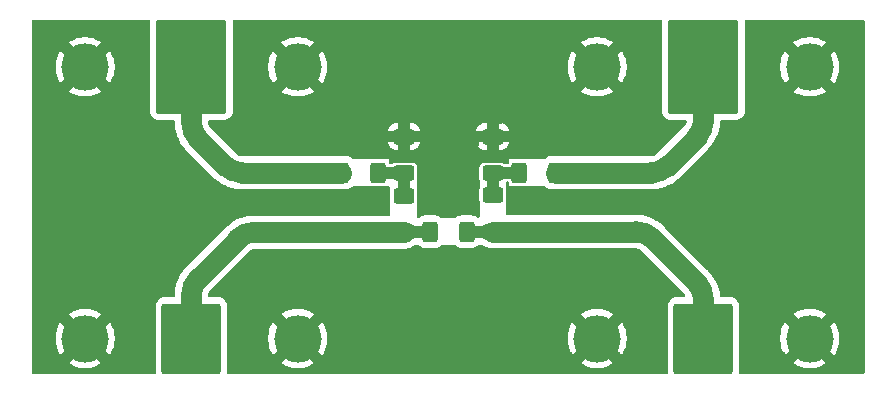
<source format=gbr>
%TF.GenerationSoftware,KiCad,Pcbnew,9.0.1*%
%TF.CreationDate,2025-06-17T00:59:48+02:00*%
%TF.ProjectId,Richtkoppler,52696368-746b-46f7-9070-6c65722e6b69,1.0*%
%TF.SameCoordinates,Original*%
%TF.FileFunction,Copper,L1,Top*%
%TF.FilePolarity,Positive*%
%FSLAX46Y46*%
G04 Gerber Fmt 4.6, Leading zero omitted, Abs format (unit mm)*
G04 Created by KiCad (PCBNEW 9.0.1) date 2025-06-17 00:59:48*
%MOMM*%
%LPD*%
G01*
G04 APERTURE LIST*
G04 Aperture macros list*
%AMRoundRect*
0 Rectangle with rounded corners*
0 $1 Rounding radius*
0 $2 $3 $4 $5 $6 $7 $8 $9 X,Y pos of 4 corners*
0 Add a 4 corners polygon primitive as box body*
4,1,4,$2,$3,$4,$5,$6,$7,$8,$9,$2,$3,0*
0 Add four circle primitives for the rounded corners*
1,1,$1+$1,$2,$3*
1,1,$1+$1,$4,$5*
1,1,$1+$1,$6,$7*
1,1,$1+$1,$8,$9*
0 Add four rect primitives between the rounded corners*
20,1,$1+$1,$2,$3,$4,$5,0*
20,1,$1+$1,$4,$5,$6,$7,0*
20,1,$1+$1,$6,$7,$8,$9,0*
20,1,$1+$1,$8,$9,$2,$3,0*%
G04 Aperture macros list end*
%TA.AperFunction,SMDPad,CuDef*%
%ADD10RoundRect,0.250000X0.625000X-0.400000X0.625000X0.400000X-0.625000X0.400000X-0.625000X-0.400000X0*%
%TD*%
%TA.AperFunction,SMDPad,CuDef*%
%ADD11RoundRect,0.250000X-0.400000X-0.625000X0.400000X-0.625000X0.400000X0.625000X-0.400000X0.625000X0*%
%TD*%
%TA.AperFunction,SMDPad,CuDef*%
%ADD12RoundRect,0.250000X-0.625000X0.400000X-0.625000X-0.400000X0.625000X-0.400000X0.625000X0.400000X0*%
%TD*%
%TA.AperFunction,SMDPad,CuDef*%
%ADD13RoundRect,0.250000X0.400000X0.625000X-0.400000X0.625000X-0.400000X-0.625000X0.400000X-0.625000X0*%
%TD*%
%TA.AperFunction,ComponentPad*%
%ADD14RoundRect,0.300000X2.700000X-3.700000X2.700000X3.700000X-2.700000X3.700000X-2.700000X-3.700000X0*%
%TD*%
%TA.AperFunction,ComponentPad*%
%ADD15C,4.000000*%
%TD*%
%TA.AperFunction,ComponentPad*%
%ADD16RoundRect,0.250000X-2.250000X2.750000X-2.250000X-2.750000X2.250000X-2.750000X2.250000X2.750000X0*%
%TD*%
%TA.AperFunction,ViaPad*%
%ADD17C,0.750000*%
%TD*%
%TA.AperFunction,ViaPad*%
%ADD18C,7.000000*%
%TD*%
%TA.AperFunction,Conductor*%
%ADD19C,1.800000*%
%TD*%
%TA.AperFunction,Conductor*%
%ADD20C,1.000000*%
%TD*%
G04 APERTURE END LIST*
D10*
%TO.P,R7,1*%
%TO.N,/Out*%
X139500000Y-97450000D03*
%TO.P,R7,2*%
%TO.N,Net-(R5-Pad2)*%
X139500000Y-94350000D03*
%TD*%
D11*
%TO.P,R4,1*%
%TO.N,/In*%
X134200000Y-97450000D03*
%TO.P,R4,2*%
%TO.N,/Out*%
X137300000Y-97450000D03*
%TD*%
D12*
%TO.P,R5,1*%
%TO.N,GND*%
X139500000Y-89400000D03*
%TO.P,R5,2*%
%TO.N,Net-(R5-Pad2)*%
X139500000Y-92500000D03*
%TD*%
%TO.P,R2,1*%
%TO.N,Net-(R1-Pad2)*%
X132000000Y-94400000D03*
%TO.P,R2,2*%
%TO.N,/In*%
X132000000Y-97500000D03*
%TD*%
D13*
%TO.P,R6,1*%
%TO.N,/A*%
X144850000Y-92450000D03*
%TO.P,R6,2*%
%TO.N,Net-(R5-Pad2)*%
X141750000Y-92450000D03*
%TD*%
D10*
%TO.P,R3,1*%
%TO.N,Net-(R1-Pad2)*%
X132000000Y-92500000D03*
%TO.P,R3,2*%
%TO.N,GND*%
X132000000Y-89400000D03*
%TD*%
D14*
%TO.P,X1,1,C*%
%TO.N,/Ref*%
X114000000Y-83500000D03*
D15*
%TO.P,X1,2,G*%
%TO.N,GND*%
X105000000Y-83500000D03*
%TO.P,X1,3,G2*%
X123000000Y-83500000D03*
%TD*%
D16*
%TO.P,X4,1,C*%
%TO.N,/Out*%
X157350000Y-106500000D03*
D15*
%TO.P,X4,2,G*%
%TO.N,GND*%
X166350000Y-106500000D03*
%TO.P,X4,3,G2*%
X148350000Y-106500000D03*
%TD*%
D11*
%TO.P,R1,1*%
%TO.N,/Ref*%
X126700000Y-92450000D03*
%TO.P,R1,2*%
%TO.N,Net-(R1-Pad2)*%
X129800000Y-92450000D03*
%TD*%
D16*
%TO.P,X2,1,C*%
%TO.N,/In*%
X114000000Y-106500000D03*
D15*
%TO.P,X2,2,G*%
%TO.N,GND*%
X123000000Y-106500000D03*
%TO.P,X2,3,G2*%
X105000000Y-106500000D03*
%TD*%
D14*
%TO.P,X3,1,C*%
%TO.N,/A*%
X157350000Y-83500000D03*
D15*
%TO.P,X3,2,G*%
%TO.N,GND*%
X148350000Y-83500000D03*
%TO.P,X3,3,G2*%
X166350000Y-83500000D03*
%TD*%
D17*
%TO.N,GND*%
X129000000Y-95000000D03*
X104000000Y-80000000D03*
X162000000Y-106000000D03*
X108000000Y-84000000D03*
X104000000Y-98000000D03*
X146000000Y-104000000D03*
X150000000Y-86000000D03*
X144000000Y-88000000D03*
X126000000Y-106000000D03*
X162000000Y-80000000D03*
X126000000Y-104000000D03*
X135000000Y-91000000D03*
X170000000Y-90000000D03*
X164000000Y-80000000D03*
X110000000Y-102000000D03*
X168000000Y-104000000D03*
X142000000Y-90000000D03*
X152000000Y-95000000D03*
X162000000Y-82000000D03*
X152000000Y-106000000D03*
X170000000Y-84000000D03*
X108000000Y-98000000D03*
X153000000Y-106000000D03*
X162000000Y-96000000D03*
X159000000Y-100000000D03*
X119000000Y-100000000D03*
X151000000Y-100000000D03*
X170000000Y-96000000D03*
X152000000Y-80000000D03*
X162000000Y-90000000D03*
X142000000Y-108000000D03*
X102000000Y-88000000D03*
X168000000Y-86000000D03*
X118000000Y-84000000D03*
X168000000Y-98000000D03*
X142000000Y-86000000D03*
X110000000Y-86000000D03*
X146000000Y-100000000D03*
X130000000Y-100000000D03*
X110000000Y-88000000D03*
X155000000Y-96087150D03*
X168000000Y-102000000D03*
X132000000Y-86000000D03*
X162000000Y-84000000D03*
X142000000Y-82000000D03*
X140000000Y-108000000D03*
X110000000Y-82000000D03*
X112000000Y-100000000D03*
X108000000Y-92000000D03*
X108000000Y-82000000D03*
X104000000Y-90000000D03*
X114000000Y-92000000D03*
X110000000Y-106000000D03*
X106000000Y-90000000D03*
X142000000Y-100000000D03*
X164000000Y-94000000D03*
X142000000Y-102000000D03*
X170000000Y-94000000D03*
X154000000Y-89000000D03*
X110000000Y-92000000D03*
X132000000Y-84000000D03*
X162000000Y-88000000D03*
X170000000Y-106000000D03*
X134000000Y-108000000D03*
X126000000Y-80000000D03*
X126000000Y-86000000D03*
X108000000Y-96000000D03*
X128000000Y-88000000D03*
X153000000Y-104000000D03*
X116000000Y-96000000D03*
X130000000Y-82000000D03*
X130000000Y-90000000D03*
X170000000Y-108000000D03*
X102000000Y-104000000D03*
X124000000Y-102000000D03*
X130000000Y-102000000D03*
X166000000Y-92000000D03*
X102000000Y-108000000D03*
X110000000Y-94000000D03*
X128000000Y-104000000D03*
X170000000Y-102000000D03*
X136000000Y-94000000D03*
X148000000Y-102000000D03*
X106000000Y-98000000D03*
X108000000Y-88000000D03*
X123000000Y-95000000D03*
X134000000Y-82000000D03*
X106000000Y-88000000D03*
X150000000Y-102000000D03*
X156000000Y-97000000D03*
X136000000Y-86000000D03*
X102000000Y-80000000D03*
X142000000Y-80000000D03*
X162000000Y-98000000D03*
X104000000Y-102000000D03*
X140000000Y-102000000D03*
X132000000Y-102000000D03*
X128000000Y-90000000D03*
X110000000Y-90000000D03*
X113000000Y-91000000D03*
X137000000Y-93000000D03*
X150000000Y-108000000D03*
X121000000Y-95000000D03*
X140000000Y-82000000D03*
X134000000Y-94000000D03*
X117000000Y-95000000D03*
X110000000Y-80000000D03*
X168000000Y-92000000D03*
X157000000Y-98000000D03*
X147000000Y-95000000D03*
X152000000Y-88000000D03*
X158000000Y-96000000D03*
X158000000Y-99000000D03*
X132000000Y-100000000D03*
X138000000Y-90000000D03*
X114000000Y-96000000D03*
X102000000Y-106000000D03*
X151000000Y-95000000D03*
X104000000Y-88000000D03*
X120000000Y-104000000D03*
X152000000Y-104000000D03*
X124000000Y-90000000D03*
X120000000Y-88000000D03*
X140000000Y-86000000D03*
X102000000Y-100000000D03*
X160000000Y-101792531D03*
X102000000Y-102000000D03*
X118000000Y-108000000D03*
X146000000Y-86000000D03*
X160000000Y-98000000D03*
X132000000Y-106000000D03*
X168000000Y-90000000D03*
X144000000Y-84000000D03*
X141000000Y-95000000D03*
X126000000Y-102000000D03*
X120000000Y-106000000D03*
X162000000Y-102000000D03*
X104000000Y-92000000D03*
X108000000Y-86000000D03*
X102000000Y-92000000D03*
X166000000Y-98000000D03*
X146000000Y-102000000D03*
X126000000Y-95000000D03*
X122000000Y-100000000D03*
X137000000Y-95000000D03*
X134000000Y-100000000D03*
X108000000Y-90000000D03*
X164000000Y-104000000D03*
X130000000Y-80000000D03*
X153000000Y-102000000D03*
X110000000Y-108000000D03*
X170000000Y-92000000D03*
X115000000Y-97000000D03*
X117000000Y-89000000D03*
X136000000Y-106000000D03*
X152000000Y-90000000D03*
X140000000Y-100000000D03*
X120000000Y-90000000D03*
X106000000Y-100000000D03*
X108000000Y-80000000D03*
X150000000Y-95000000D03*
X162000000Y-94000000D03*
X154000000Y-95000000D03*
X132000000Y-88000000D03*
X128000000Y-106000000D03*
X138000000Y-108000000D03*
X142000000Y-106000000D03*
X132000000Y-82000000D03*
X130000000Y-104000000D03*
X122000000Y-95000000D03*
X134000000Y-80000000D03*
X170000000Y-80000000D03*
X108000000Y-102000000D03*
X140000000Y-84000000D03*
X130000000Y-108000000D03*
X132000000Y-108000000D03*
X138000000Y-92000000D03*
X128000000Y-100000000D03*
X152000000Y-84000000D03*
X162000000Y-108000000D03*
X164000000Y-92000000D03*
X155000000Y-95000000D03*
X126000000Y-90000000D03*
X128000000Y-84000000D03*
X152000000Y-86000000D03*
X146000000Y-88000000D03*
X142000000Y-84000000D03*
X137000000Y-89000000D03*
X118000000Y-104000000D03*
X138000000Y-94000000D03*
X118000000Y-80000000D03*
X159000000Y-91000000D03*
X162000000Y-100000000D03*
X166000000Y-88000000D03*
X153000000Y-95000000D03*
X148000000Y-100000000D03*
X134000000Y-84000000D03*
X113000000Y-99000000D03*
X102000000Y-98000000D03*
X110000000Y-104000000D03*
X108000000Y-106000000D03*
X134000000Y-92000000D03*
X110000000Y-100000000D03*
X137000000Y-91000000D03*
X128000000Y-95000000D03*
X164000000Y-88000000D03*
X150000000Y-88000000D03*
X170000000Y-86000000D03*
X152000000Y-82000000D03*
X166000000Y-80000000D03*
X140000000Y-104000000D03*
X130000000Y-95000000D03*
X136000000Y-108000000D03*
X144000000Y-80000000D03*
X144000000Y-102000000D03*
X146000000Y-80000000D03*
X128000000Y-82000000D03*
X122000000Y-88000000D03*
X130000000Y-106000000D03*
X150000000Y-104000000D03*
X122000000Y-102000000D03*
X120000000Y-108000000D03*
X120000000Y-86000000D03*
X149000000Y-95000000D03*
X108000000Y-104000000D03*
X128000000Y-86000000D03*
X148000000Y-80000000D03*
X130000000Y-88000000D03*
X144000000Y-106000000D03*
X134000000Y-88000000D03*
X152000000Y-108000000D03*
D18*
X167000000Y-95000000D03*
D17*
X106000000Y-102000000D03*
X108000000Y-100000000D03*
X114000000Y-94000000D03*
X108000000Y-94000000D03*
X127000000Y-95000000D03*
X138000000Y-88000000D03*
X118000000Y-90000000D03*
X144000000Y-90000000D03*
X144000000Y-86000000D03*
X164000000Y-96000000D03*
X108000000Y-108000000D03*
X118000000Y-82000000D03*
X162000000Y-86000000D03*
X162000000Y-92000000D03*
X170000000Y-98000000D03*
X158000000Y-92000000D03*
X102000000Y-84000000D03*
X152000000Y-101000000D03*
X170000000Y-82000000D03*
X126000000Y-82000000D03*
X102000000Y-86000000D03*
X118000000Y-86000000D03*
X124000000Y-100000000D03*
X124000000Y-88000000D03*
X112000000Y-90000000D03*
X130000000Y-86000000D03*
X156000000Y-94000000D03*
X122000000Y-80000000D03*
X136000000Y-92000000D03*
X120000000Y-95000000D03*
X110000000Y-96000000D03*
X168000000Y-100000000D03*
X170000000Y-104000000D03*
X146000000Y-108000000D03*
X164000000Y-108000000D03*
X144000000Y-82000000D03*
X119000000Y-95000000D03*
X126000000Y-100000000D03*
X160000000Y-90000000D03*
X135000000Y-95000000D03*
X112000000Y-98000000D03*
X164000000Y-100000000D03*
X118000000Y-101000000D03*
X126000000Y-88000000D03*
X164000000Y-90000000D03*
X134000000Y-90000000D03*
X144000000Y-108000000D03*
X135000000Y-89000000D03*
X110000000Y-84000000D03*
X136000000Y-80000000D03*
X144000000Y-104000000D03*
X134000000Y-104000000D03*
X150000000Y-100000000D03*
X132000000Y-104000000D03*
X106000000Y-92000000D03*
X120000000Y-82000000D03*
X146000000Y-95000000D03*
X136000000Y-90000000D03*
X102000000Y-94000000D03*
X166000000Y-102000000D03*
X160000000Y-92000000D03*
X160000000Y-96000000D03*
X158000000Y-94000000D03*
X166000000Y-90000000D03*
X117000000Y-102000000D03*
X153000000Y-108000000D03*
X118000000Y-95000000D03*
X170000000Y-100000000D03*
X125000000Y-95000000D03*
X114000000Y-98000000D03*
X120000000Y-100000000D03*
X164000000Y-102000000D03*
X135000000Y-93000000D03*
X136000000Y-84000000D03*
X140000000Y-80000000D03*
X128000000Y-80000000D03*
X128000000Y-102000000D03*
X134000000Y-102000000D03*
X120000000Y-102000000D03*
X168000000Y-88000000D03*
X122000000Y-90000000D03*
X112149368Y-102000000D03*
X118000000Y-88000000D03*
X110000000Y-98000000D03*
X148000000Y-95000000D03*
X102000000Y-96000000D03*
X143000000Y-95000000D03*
X120000000Y-80000000D03*
X168000000Y-80000000D03*
X142000000Y-95000000D03*
X148000000Y-90000000D03*
X116000000Y-94000000D03*
X138000000Y-82000000D03*
X102000000Y-82000000D03*
X138000000Y-102000000D03*
X136000000Y-104000000D03*
X106000000Y-80000000D03*
X134000000Y-106000000D03*
X138000000Y-104000000D03*
X104000000Y-100000000D03*
X112000000Y-94000000D03*
X138000000Y-84000000D03*
X138000000Y-100000000D03*
X124000000Y-80000000D03*
X150000000Y-90000000D03*
X138000000Y-80000000D03*
D18*
X105000000Y-95000000D03*
D17*
X136000000Y-100000000D03*
X160000000Y-94000000D03*
X140000000Y-106000000D03*
X146000000Y-90000000D03*
X126000000Y-84000000D03*
X118000000Y-106000000D03*
X112000000Y-96000000D03*
X138000000Y-106000000D03*
X162000000Y-104000000D03*
X150000000Y-80000000D03*
X136000000Y-88000000D03*
X115000000Y-93000000D03*
X112000000Y-92000000D03*
X134000000Y-86000000D03*
X128000000Y-108000000D03*
X144000000Y-100000000D03*
X140000000Y-88000000D03*
X142000000Y-88000000D03*
X136000000Y-102000000D03*
X144000000Y-95000000D03*
X124000000Y-95000000D03*
X132000000Y-80000000D03*
X157000000Y-93000000D03*
X164000000Y-98000000D03*
X145000000Y-95000000D03*
X164000000Y-86000000D03*
X136000000Y-82000000D03*
X126000000Y-108000000D03*
X102000000Y-90000000D03*
X138000000Y-86000000D03*
X166000000Y-100000000D03*
X148000000Y-88000000D03*
X130000000Y-84000000D03*
X170000000Y-88000000D03*
X142000000Y-104000000D03*
%TD*%
D19*
%TO.N,/Out*%
X151650000Y-97450000D02*
X139500000Y-97450000D01*
X153015685Y-98015685D02*
X156784314Y-101784314D01*
D20*
X137300000Y-97450000D02*
X139500000Y-97450000D01*
D19*
X157350000Y-103150000D02*
X157350000Y-106500000D01*
X153015685Y-98015685D02*
G75*
G03*
X151650000Y-97450009I-1365685J-1365715D01*
G01*
X157350000Y-103150000D02*
G75*
G03*
X156784320Y-101784307I-1931400J0D01*
G01*
%TO.N,/Ref*%
X114000000Y-88200000D02*
X114000000Y-83500000D01*
X118250000Y-92450000D02*
X126700000Y-92450000D01*
X114565685Y-89565685D02*
X116884314Y-91884314D01*
X116884314Y-91884314D02*
G75*
G03*
X118250000Y-92449991I1365686J1365714D01*
G01*
X114565685Y-89565685D02*
G75*
G02*
X114000009Y-88200000I1365715J1365685D01*
G01*
%TO.N,/A*%
X152950000Y-92450000D02*
X144850000Y-92450000D01*
X156784314Y-89415685D02*
X154315685Y-91884314D01*
X157350000Y-88050000D02*
X157350000Y-83500000D01*
X154315685Y-91884314D02*
G75*
G02*
X152950000Y-92449991I-1365685J1365714D01*
G01*
X156784314Y-89415685D02*
G75*
G03*
X157349991Y-88049999I-1365714J1365685D01*
G01*
D20*
%TO.N,Net-(R1-Pad2)*%
X132000000Y-94400000D02*
X132000000Y-92500000D01*
X129800000Y-92450000D02*
X131950000Y-92450000D01*
%TO.N,Net-(R5-Pad2)*%
X139500000Y-94350000D02*
X139500000Y-92500000D01*
X141750000Y-92450000D02*
X139550000Y-92450000D01*
D19*
%TO.N,/In*%
X119300000Y-97500000D02*
X132000000Y-97500000D01*
X114000000Y-102800000D02*
X114000000Y-106500000D01*
X117934314Y-98065685D02*
X114565685Y-101434314D01*
D20*
X134200000Y-97450000D02*
X132050000Y-97450000D01*
D19*
X117934314Y-98065685D02*
G75*
G02*
X119300000Y-97500008I1365686J-1365715D01*
G01*
X114000000Y-102800000D02*
G75*
G02*
X114565679Y-101434308I1931400J0D01*
G01*
%TD*%
%TA.AperFunction,Conductor*%
%TO.N,GND*%
G36*
X110456463Y-79520185D02*
G01*
X110502218Y-79572989D01*
X110512644Y-79638383D01*
X110499500Y-79755039D01*
X110499500Y-87244960D01*
X110514630Y-87379249D01*
X110514631Y-87379254D01*
X110574211Y-87549523D01*
X110670184Y-87702262D01*
X110797738Y-87829816D01*
X110950478Y-87925789D01*
X111120745Y-87985368D01*
X111120750Y-87985369D01*
X111211246Y-87995565D01*
X111255040Y-88000499D01*
X111255043Y-88000500D01*
X111255046Y-88000500D01*
X112475498Y-88000500D01*
X112484183Y-88003050D01*
X112493143Y-88001762D01*
X112517182Y-88012739D01*
X112542537Y-88020185D01*
X112548464Y-88027025D01*
X112556699Y-88030786D01*
X112570988Y-88053020D01*
X112588292Y-88072989D01*
X112590578Y-88083500D01*
X112594475Y-88089563D01*
X112599497Y-88124494D01*
X112599498Y-88124497D01*
X112599498Y-88200000D01*
X112599499Y-88200000D01*
X112599500Y-88251362D01*
X112599500Y-88315052D01*
X112599509Y-88315277D01*
X112599509Y-88363683D01*
X112603397Y-88403160D01*
X112631594Y-88689462D01*
X112631597Y-88689478D01*
X112695456Y-89010529D01*
X112695459Y-89010541D01*
X112695461Y-89010549D01*
X112744988Y-89173821D01*
X112790491Y-89323824D01*
X112915766Y-89626269D01*
X112915768Y-89626272D01*
X113070079Y-89914972D01*
X113070082Y-89914979D01*
X113251951Y-90187170D01*
X113251956Y-90187177D01*
X113459635Y-90440239D01*
X113494312Y-90474916D01*
X113497437Y-90478041D01*
X113497443Y-90478049D01*
X113575371Y-90555977D01*
X113653309Y-90633917D01*
X113656924Y-90637532D01*
X113656949Y-90637555D01*
X115816072Y-92796678D01*
X115816081Y-92796690D01*
X115851476Y-92832084D01*
X115860005Y-92840613D01*
X115860018Y-92840637D01*
X116009753Y-92990368D01*
X116262816Y-93198048D01*
X116262823Y-93198053D01*
X116389676Y-93282812D01*
X116535016Y-93379924D01*
X116823729Y-93534241D01*
X117126177Y-93659518D01*
X117439449Y-93754546D01*
X117439455Y-93754547D01*
X117439458Y-93754548D01*
X117439469Y-93754551D01*
X117760471Y-93818401D01*
X117760526Y-93818412D01*
X118086316Y-93850499D01*
X118134643Y-93850499D01*
X118134667Y-93850500D01*
X118139778Y-93850500D01*
X126810221Y-93850500D01*
X126810222Y-93850500D01*
X126958429Y-93827025D01*
X126977827Y-93825499D01*
X127150002Y-93825499D01*
X127150008Y-93825499D01*
X127252797Y-93814999D01*
X127419334Y-93759814D01*
X127568656Y-93667712D01*
X127600049Y-93636319D01*
X127661372Y-93602834D01*
X127687730Y-93600000D01*
X130676000Y-93600000D01*
X130743039Y-93619685D01*
X130788794Y-93672489D01*
X130800000Y-93724000D01*
X130800000Y-95975500D01*
X130780315Y-96042539D01*
X130727511Y-96088294D01*
X130676000Y-96099500D01*
X119410228Y-96099500D01*
X119410222Y-96099499D01*
X119300000Y-96099499D01*
X119300000Y-96099500D01*
X119185055Y-96099500D01*
X119184849Y-96099508D01*
X119136317Y-96099508D01*
X119062871Y-96106741D01*
X118810537Y-96131593D01*
X118810521Y-96131596D01*
X118489470Y-96195455D01*
X118489458Y-96195458D01*
X118489452Y-96195459D01*
X118489451Y-96195460D01*
X118176180Y-96290489D01*
X118176178Y-96290489D01*
X118176174Y-96290491D01*
X117873729Y-96415766D01*
X117873726Y-96415768D01*
X117585025Y-96570079D01*
X117585019Y-96570082D01*
X117312828Y-96751951D01*
X117312821Y-96751957D01*
X117059758Y-96959635D01*
X117023938Y-96995455D01*
X117023938Y-96995456D01*
X117021956Y-96997438D01*
X117021950Y-96997443D01*
X116944021Y-97075371D01*
X116866082Y-97153309D01*
X116866075Y-97153316D01*
X116864374Y-97155018D01*
X116864371Y-97155019D01*
X113655961Y-100363430D01*
X113655892Y-100363495D01*
X113611693Y-100407696D01*
X113611673Y-100407706D01*
X113459630Y-100559753D01*
X113251949Y-100812816D01*
X113251944Y-100812823D01*
X113070076Y-101085014D01*
X112915753Y-101373736D01*
X112790483Y-101676172D01*
X112695450Y-101989458D01*
X112695447Y-101989469D01*
X112631586Y-102310526D01*
X112606818Y-102562012D01*
X112602238Y-102608522D01*
X112599500Y-102636319D01*
X112599500Y-102875500D01*
X112579815Y-102942539D01*
X112527011Y-102988294D01*
X112475500Y-102999500D01*
X111699998Y-102999500D01*
X111699980Y-102999501D01*
X111597203Y-103010000D01*
X111597200Y-103010001D01*
X111430668Y-103065185D01*
X111430663Y-103065187D01*
X111281342Y-103157289D01*
X111157289Y-103281342D01*
X111065187Y-103430663D01*
X111065186Y-103430666D01*
X111010001Y-103597203D01*
X111010001Y-103597204D01*
X111010000Y-103597204D01*
X110999500Y-103699983D01*
X110999500Y-109300001D01*
X110999501Y-109300019D01*
X111005925Y-109362899D01*
X110993155Y-109431592D01*
X110945274Y-109482476D01*
X110882567Y-109499500D01*
X100624500Y-109499500D01*
X100557461Y-109479815D01*
X100511706Y-109427011D01*
X100500500Y-109375500D01*
X100500500Y-108586084D01*
X103621020Y-108586084D01*
X103788799Y-108691507D01*
X104041782Y-108813337D01*
X104306819Y-108906077D01*
X104306821Y-108906078D01*
X104580575Y-108968560D01*
X104580587Y-108968562D01*
X104859598Y-108999999D01*
X104859600Y-109000000D01*
X105140400Y-109000000D01*
X105140401Y-108999999D01*
X105419412Y-108968562D01*
X105419424Y-108968560D01*
X105693178Y-108906078D01*
X105693180Y-108906077D01*
X105958217Y-108813337D01*
X106211203Y-108691506D01*
X106378977Y-108586085D01*
X106378977Y-108586084D01*
X105000001Y-107207106D01*
X105000000Y-107207106D01*
X103621021Y-108586084D01*
X103621020Y-108586084D01*
X100500500Y-108586084D01*
X100500500Y-106359598D01*
X102500000Y-106359598D01*
X102500000Y-106640401D01*
X102531437Y-106919412D01*
X102531439Y-106919424D01*
X102593921Y-107193178D01*
X102593922Y-107193180D01*
X102686662Y-107458217D01*
X102808492Y-107711200D01*
X102913914Y-107878977D01*
X104292893Y-106500000D01*
X104213902Y-106421009D01*
X104400000Y-106421009D01*
X104400000Y-106578991D01*
X104440889Y-106731591D01*
X104519881Y-106868408D01*
X104631592Y-106980119D01*
X104768409Y-107059111D01*
X104921009Y-107100000D01*
X105078991Y-107100000D01*
X105231591Y-107059111D01*
X105368408Y-106980119D01*
X105480119Y-106868408D01*
X105559111Y-106731591D01*
X105600000Y-106578991D01*
X105600000Y-106500000D01*
X105707106Y-106500000D01*
X107086084Y-107878977D01*
X107086085Y-107878977D01*
X107191506Y-107711203D01*
X107313337Y-107458217D01*
X107406077Y-107193180D01*
X107406078Y-107193178D01*
X107468560Y-106919424D01*
X107468562Y-106919412D01*
X107499999Y-106640401D01*
X107500000Y-106640399D01*
X107500000Y-106359600D01*
X107499999Y-106359598D01*
X107468562Y-106080587D01*
X107468560Y-106080575D01*
X107406078Y-105806821D01*
X107406077Y-105806819D01*
X107313337Y-105541782D01*
X107191507Y-105288799D01*
X107086084Y-105121021D01*
X105707106Y-106500000D01*
X105600000Y-106500000D01*
X105600000Y-106421009D01*
X105559111Y-106268409D01*
X105480119Y-106131592D01*
X105368408Y-106019881D01*
X105231591Y-105940889D01*
X105078991Y-105900000D01*
X104921009Y-105900000D01*
X104768409Y-105940889D01*
X104631592Y-106019881D01*
X104519881Y-106131592D01*
X104440889Y-106268409D01*
X104400000Y-106421009D01*
X104213902Y-106421009D01*
X102913914Y-105121021D01*
X102808492Y-105288799D01*
X102686662Y-105541782D01*
X102593922Y-105806819D01*
X102593921Y-105806821D01*
X102531439Y-106080575D01*
X102531437Y-106080587D01*
X102500000Y-106359598D01*
X100500500Y-106359598D01*
X100500500Y-104413914D01*
X103621021Y-104413914D01*
X105000000Y-105792893D01*
X105000001Y-105792893D01*
X106378977Y-104413914D01*
X106378978Y-104413914D01*
X106211200Y-104308492D01*
X105958217Y-104186662D01*
X105693180Y-104093922D01*
X105693178Y-104093921D01*
X105419424Y-104031439D01*
X105419412Y-104031437D01*
X105140401Y-104000000D01*
X104859598Y-104000000D01*
X104580587Y-104031437D01*
X104580575Y-104031439D01*
X104306821Y-104093921D01*
X104306819Y-104093922D01*
X104041782Y-104186662D01*
X103788799Y-104308492D01*
X103621021Y-104413914D01*
X100500500Y-104413914D01*
X100500500Y-85586084D01*
X103621020Y-85586084D01*
X103788799Y-85691507D01*
X104041782Y-85813337D01*
X104306819Y-85906077D01*
X104306821Y-85906078D01*
X104580575Y-85968560D01*
X104580587Y-85968562D01*
X104859598Y-85999999D01*
X104859600Y-86000000D01*
X105140400Y-86000000D01*
X105140401Y-85999999D01*
X105419412Y-85968562D01*
X105419424Y-85968560D01*
X105693178Y-85906078D01*
X105693180Y-85906077D01*
X105958217Y-85813337D01*
X106211203Y-85691506D01*
X106378977Y-85586085D01*
X106378977Y-85586084D01*
X105000001Y-84207106D01*
X105000000Y-84207106D01*
X103621021Y-85586084D01*
X103621020Y-85586084D01*
X100500500Y-85586084D01*
X100500500Y-83359598D01*
X102500000Y-83359598D01*
X102500000Y-83640401D01*
X102531437Y-83919412D01*
X102531439Y-83919424D01*
X102593921Y-84193178D01*
X102593922Y-84193180D01*
X102686662Y-84458217D01*
X102808492Y-84711200D01*
X102913914Y-84878977D01*
X104292893Y-83500000D01*
X104213902Y-83421009D01*
X104400000Y-83421009D01*
X104400000Y-83578991D01*
X104440889Y-83731591D01*
X104519881Y-83868408D01*
X104631592Y-83980119D01*
X104768409Y-84059111D01*
X104921009Y-84100000D01*
X105078991Y-84100000D01*
X105231591Y-84059111D01*
X105368408Y-83980119D01*
X105480119Y-83868408D01*
X105559111Y-83731591D01*
X105600000Y-83578991D01*
X105600000Y-83500000D01*
X105707106Y-83500000D01*
X107086084Y-84878977D01*
X107086085Y-84878977D01*
X107191506Y-84711203D01*
X107313337Y-84458217D01*
X107406077Y-84193180D01*
X107406078Y-84193178D01*
X107468560Y-83919424D01*
X107468562Y-83919412D01*
X107499999Y-83640401D01*
X107500000Y-83640399D01*
X107500000Y-83359600D01*
X107499999Y-83359598D01*
X107468562Y-83080587D01*
X107468560Y-83080575D01*
X107406078Y-82806821D01*
X107406077Y-82806819D01*
X107313337Y-82541782D01*
X107191507Y-82288799D01*
X107086084Y-82121021D01*
X105707106Y-83500000D01*
X105600000Y-83500000D01*
X105600000Y-83421009D01*
X105559111Y-83268409D01*
X105480119Y-83131592D01*
X105368408Y-83019881D01*
X105231591Y-82940889D01*
X105078991Y-82900000D01*
X104921009Y-82900000D01*
X104768409Y-82940889D01*
X104631592Y-83019881D01*
X104519881Y-83131592D01*
X104440889Y-83268409D01*
X104400000Y-83421009D01*
X104213902Y-83421009D01*
X102913914Y-82121021D01*
X102808492Y-82288799D01*
X102686662Y-82541782D01*
X102593922Y-82806819D01*
X102593921Y-82806821D01*
X102531439Y-83080575D01*
X102531437Y-83080587D01*
X102500000Y-83359598D01*
X100500500Y-83359598D01*
X100500500Y-81413914D01*
X103621021Y-81413914D01*
X105000000Y-82792893D01*
X105000001Y-82792893D01*
X106378977Y-81413914D01*
X106378978Y-81413914D01*
X106211200Y-81308492D01*
X105958217Y-81186662D01*
X105693180Y-81093922D01*
X105693178Y-81093921D01*
X105419424Y-81031439D01*
X105419412Y-81031437D01*
X105140401Y-81000000D01*
X104859598Y-81000000D01*
X104580587Y-81031437D01*
X104580575Y-81031439D01*
X104306821Y-81093921D01*
X104306819Y-81093922D01*
X104041782Y-81186662D01*
X103788799Y-81308492D01*
X103621021Y-81413914D01*
X100500500Y-81413914D01*
X100500500Y-79624500D01*
X100520185Y-79557461D01*
X100572989Y-79511706D01*
X100624500Y-79500500D01*
X110389424Y-79500500D01*
X110456463Y-79520185D01*
G37*
%TD.AperFunction*%
%TA.AperFunction,Conductor*%
G36*
X133279309Y-98619685D02*
G01*
X133299951Y-98636319D01*
X133331344Y-98667712D01*
X133480666Y-98759814D01*
X133647203Y-98814999D01*
X133749991Y-98825500D01*
X134650008Y-98825499D01*
X134650016Y-98825498D01*
X134650019Y-98825498D01*
X134706302Y-98819748D01*
X134752797Y-98814999D01*
X134919334Y-98759814D01*
X135068656Y-98667712D01*
X135100049Y-98636319D01*
X135161372Y-98602834D01*
X135187730Y-98600000D01*
X136312270Y-98600000D01*
X136379309Y-98619685D01*
X136399951Y-98636319D01*
X136431344Y-98667712D01*
X136580666Y-98759814D01*
X136747203Y-98814999D01*
X136849991Y-98825500D01*
X137750008Y-98825499D01*
X137750016Y-98825498D01*
X137750019Y-98825498D01*
X137806302Y-98819748D01*
X137852797Y-98814999D01*
X138019334Y-98759814D01*
X138168656Y-98667712D01*
X138200049Y-98636319D01*
X138261372Y-98602834D01*
X138287730Y-98600000D01*
X138659876Y-98600000D01*
X138726915Y-98619685D01*
X138732755Y-98623677D01*
X138765978Y-98647815D01*
X138805024Y-98667710D01*
X138962393Y-98747895D01*
X138962396Y-98747896D01*
X138999071Y-98759812D01*
X139172049Y-98816015D01*
X139389778Y-98850500D01*
X151643917Y-98850500D01*
X151656070Y-98851097D01*
X151668360Y-98852307D01*
X151741425Y-98859503D01*
X151765246Y-98864241D01*
X151841483Y-98887366D01*
X151863936Y-98896668D01*
X151934176Y-98934212D01*
X151954385Y-98947715D01*
X152020614Y-99002065D01*
X152029633Y-99010239D01*
X155789694Y-102770300D01*
X155797868Y-102779318D01*
X155812245Y-102796837D01*
X155839557Y-102861147D01*
X155827764Y-102930014D01*
X155780611Y-102981574D01*
X155716390Y-102999500D01*
X155049998Y-102999500D01*
X155049980Y-102999501D01*
X154947203Y-103010000D01*
X154947200Y-103010001D01*
X154780668Y-103065185D01*
X154780663Y-103065187D01*
X154631342Y-103157289D01*
X154507289Y-103281342D01*
X154415187Y-103430663D01*
X154415186Y-103430666D01*
X154360001Y-103597203D01*
X154360001Y-103597204D01*
X154360000Y-103597204D01*
X154349500Y-103699983D01*
X154349500Y-109300001D01*
X154349501Y-109300019D01*
X154355925Y-109362899D01*
X154343155Y-109431592D01*
X154295274Y-109482476D01*
X154232567Y-109499500D01*
X117117433Y-109499500D01*
X117050394Y-109479815D01*
X117004639Y-109427011D01*
X116994075Y-109362897D01*
X117000499Y-109300016D01*
X117000500Y-109300003D01*
X117000500Y-108586084D01*
X121621020Y-108586084D01*
X121788799Y-108691507D01*
X122041782Y-108813337D01*
X122306819Y-108906077D01*
X122306821Y-108906078D01*
X122580575Y-108968560D01*
X122580587Y-108968562D01*
X122859598Y-108999999D01*
X122859600Y-109000000D01*
X123140400Y-109000000D01*
X123140401Y-108999999D01*
X123419412Y-108968562D01*
X123419424Y-108968560D01*
X123693178Y-108906078D01*
X123693180Y-108906077D01*
X123958217Y-108813337D01*
X124211203Y-108691506D01*
X124378977Y-108586085D01*
X124378977Y-108586084D01*
X146971020Y-108586084D01*
X147138799Y-108691507D01*
X147391782Y-108813337D01*
X147656819Y-108906077D01*
X147656821Y-108906078D01*
X147930575Y-108968560D01*
X147930587Y-108968562D01*
X148209598Y-108999999D01*
X148209600Y-109000000D01*
X148490400Y-109000000D01*
X148490401Y-108999999D01*
X148769412Y-108968562D01*
X148769424Y-108968560D01*
X149043178Y-108906078D01*
X149043180Y-108906077D01*
X149308217Y-108813337D01*
X149561203Y-108691506D01*
X149728977Y-108586085D01*
X149728977Y-108586084D01*
X148350001Y-107207106D01*
X148350000Y-107207106D01*
X146971021Y-108586084D01*
X146971020Y-108586084D01*
X124378977Y-108586084D01*
X123000001Y-107207106D01*
X123000000Y-107207106D01*
X121621021Y-108586084D01*
X121621020Y-108586084D01*
X117000500Y-108586084D01*
X117000500Y-108540629D01*
X117000500Y-107458217D01*
X117000500Y-106359598D01*
X120500000Y-106359598D01*
X120500000Y-106640401D01*
X120531437Y-106919412D01*
X120531439Y-106919424D01*
X120593921Y-107193178D01*
X120593922Y-107193180D01*
X120686662Y-107458217D01*
X120808492Y-107711200D01*
X120913914Y-107878977D01*
X122292893Y-106500000D01*
X122292893Y-106499999D01*
X122213903Y-106421009D01*
X122400000Y-106421009D01*
X122400000Y-106578991D01*
X122440889Y-106731591D01*
X122519881Y-106868408D01*
X122631592Y-106980119D01*
X122768409Y-107059111D01*
X122921009Y-107100000D01*
X123078991Y-107100000D01*
X123231591Y-107059111D01*
X123368408Y-106980119D01*
X123480119Y-106868408D01*
X123559111Y-106731591D01*
X123600000Y-106578991D01*
X123600000Y-106500000D01*
X123707106Y-106500000D01*
X125086084Y-107878977D01*
X125086085Y-107878977D01*
X125191506Y-107711203D01*
X125313337Y-107458217D01*
X125406077Y-107193180D01*
X125406078Y-107193178D01*
X125468560Y-106919424D01*
X125468562Y-106919412D01*
X125499999Y-106640401D01*
X125500000Y-106640399D01*
X125500000Y-106359600D01*
X125499999Y-106359598D01*
X145850000Y-106359598D01*
X145850000Y-106640401D01*
X145881437Y-106919412D01*
X145881439Y-106919424D01*
X145943921Y-107193178D01*
X145943922Y-107193180D01*
X146036662Y-107458217D01*
X146158492Y-107711200D01*
X146263914Y-107878977D01*
X147642893Y-106500000D01*
X147642893Y-106499999D01*
X147563903Y-106421009D01*
X147750000Y-106421009D01*
X147750000Y-106578991D01*
X147790889Y-106731591D01*
X147869881Y-106868408D01*
X147981592Y-106980119D01*
X148118409Y-107059111D01*
X148271009Y-107100000D01*
X148428991Y-107100000D01*
X148581591Y-107059111D01*
X148718408Y-106980119D01*
X148830119Y-106868408D01*
X148909111Y-106731591D01*
X148950000Y-106578991D01*
X148950000Y-106500000D01*
X149057106Y-106500000D01*
X150436084Y-107878977D01*
X150436085Y-107878977D01*
X150541506Y-107711203D01*
X150663337Y-107458217D01*
X150756077Y-107193180D01*
X150756078Y-107193178D01*
X150818560Y-106919424D01*
X150818562Y-106919412D01*
X150849999Y-106640401D01*
X150850000Y-106640399D01*
X150850000Y-106359600D01*
X150849999Y-106359598D01*
X150818562Y-106080587D01*
X150818560Y-106080575D01*
X150756078Y-105806821D01*
X150756077Y-105806819D01*
X150663337Y-105541782D01*
X150541507Y-105288799D01*
X150436084Y-105121021D01*
X149057106Y-106500000D01*
X148950000Y-106500000D01*
X148950000Y-106421009D01*
X148909111Y-106268409D01*
X148830119Y-106131592D01*
X148718408Y-106019881D01*
X148581591Y-105940889D01*
X148428991Y-105900000D01*
X148271009Y-105900000D01*
X148118409Y-105940889D01*
X147981592Y-106019881D01*
X147869881Y-106131592D01*
X147790889Y-106268409D01*
X147750000Y-106421009D01*
X147563903Y-106421009D01*
X146263914Y-105121020D01*
X146158492Y-105288799D01*
X146036662Y-105541782D01*
X145943922Y-105806819D01*
X145943921Y-105806821D01*
X145881439Y-106080575D01*
X145881437Y-106080587D01*
X145850000Y-106359598D01*
X125499999Y-106359598D01*
X125468562Y-106080587D01*
X125468560Y-106080575D01*
X125406078Y-105806821D01*
X125406077Y-105806819D01*
X125313337Y-105541782D01*
X125191507Y-105288799D01*
X125086084Y-105121021D01*
X123707106Y-106500000D01*
X123600000Y-106500000D01*
X123600000Y-106421009D01*
X123559111Y-106268409D01*
X123480119Y-106131592D01*
X123368408Y-106019881D01*
X123231591Y-105940889D01*
X123078991Y-105900000D01*
X122921009Y-105900000D01*
X122768409Y-105940889D01*
X122631592Y-106019881D01*
X122519881Y-106131592D01*
X122440889Y-106268409D01*
X122400000Y-106421009D01*
X122213903Y-106421009D01*
X120913914Y-105121020D01*
X120808492Y-105288799D01*
X120686662Y-105541782D01*
X120593922Y-105806819D01*
X120593921Y-105806821D01*
X120531439Y-106080575D01*
X120531437Y-106080587D01*
X120500000Y-106359598D01*
X117000500Y-106359598D01*
X117000499Y-104413914D01*
X121621021Y-104413914D01*
X123000000Y-105792893D01*
X123000001Y-105792893D01*
X124378977Y-104413914D01*
X124378978Y-104413914D01*
X146971021Y-104413914D01*
X148350000Y-105792893D01*
X148350001Y-105792893D01*
X149728977Y-104413914D01*
X149728978Y-104413914D01*
X149561200Y-104308492D01*
X149308217Y-104186662D01*
X149043180Y-104093922D01*
X149043178Y-104093921D01*
X148769424Y-104031439D01*
X148769412Y-104031437D01*
X148490401Y-104000000D01*
X148209598Y-104000000D01*
X147930587Y-104031437D01*
X147930575Y-104031439D01*
X147656821Y-104093921D01*
X147656819Y-104093922D01*
X147391782Y-104186662D01*
X147138799Y-104308492D01*
X146971021Y-104413914D01*
X124378978Y-104413914D01*
X124211200Y-104308492D01*
X123958217Y-104186662D01*
X123693180Y-104093922D01*
X123693178Y-104093921D01*
X123419424Y-104031439D01*
X123419412Y-104031437D01*
X123140401Y-104000000D01*
X122859598Y-104000000D01*
X122580587Y-104031437D01*
X122580575Y-104031439D01*
X122306821Y-104093921D01*
X122306819Y-104093922D01*
X122041782Y-104186662D01*
X121788799Y-104308492D01*
X121621021Y-104413914D01*
X117000499Y-104413914D01*
X117000499Y-103699992D01*
X116989999Y-103597203D01*
X116934814Y-103430666D01*
X116842712Y-103281344D01*
X116718656Y-103157288D01*
X116569334Y-103065186D01*
X116402797Y-103010001D01*
X116402795Y-103010000D01*
X116300016Y-102999500D01*
X116300009Y-102999500D01*
X115524500Y-102999500D01*
X115515814Y-102996949D01*
X115506853Y-102998238D01*
X115482812Y-102987259D01*
X115457461Y-102979815D01*
X115451533Y-102972974D01*
X115443297Y-102969213D01*
X115429007Y-102946978D01*
X115411706Y-102927011D01*
X115409418Y-102916496D01*
X115405523Y-102910435D01*
X115400500Y-102875500D01*
X115400500Y-102806092D01*
X115401097Y-102793939D01*
X115402537Y-102779318D01*
X115409504Y-102708572D01*
X115414242Y-102684753D01*
X115437369Y-102608511D01*
X115446665Y-102586069D01*
X115484214Y-102515820D01*
X115497718Y-102495610D01*
X115552079Y-102429369D01*
X115560242Y-102420361D01*
X118896688Y-99083917D01*
X118920307Y-99060299D01*
X118929308Y-99052140D01*
X118995621Y-98997719D01*
X119015820Y-98984223D01*
X119086072Y-98946673D01*
X119108516Y-98937376D01*
X119184753Y-98914250D01*
X119208575Y-98909512D01*
X119294023Y-98901096D01*
X119306170Y-98900500D01*
X132110221Y-98900500D01*
X132110222Y-98900500D01*
X132327951Y-98866015D01*
X132537606Y-98797895D01*
X132734022Y-98697815D01*
X132828033Y-98629511D01*
X132829712Y-98628649D01*
X132830337Y-98627877D01*
X132861915Y-98612124D01*
X132873283Y-98608357D01*
X132879521Y-98606291D01*
X132918516Y-98600000D01*
X133212270Y-98600000D01*
X133279309Y-98619685D01*
G37*
%TD.AperFunction*%
%TA.AperFunction,Conductor*%
G36*
X170942539Y-79520185D02*
G01*
X170988294Y-79572989D01*
X170999500Y-79624500D01*
X170999500Y-109375500D01*
X170979815Y-109442539D01*
X170927011Y-109488294D01*
X170875500Y-109499500D01*
X160467433Y-109499500D01*
X160400394Y-109479815D01*
X160354639Y-109427011D01*
X160344075Y-109362897D01*
X160350499Y-109300016D01*
X160350500Y-109300003D01*
X160350500Y-108586084D01*
X164971020Y-108586084D01*
X165138799Y-108691507D01*
X165391782Y-108813337D01*
X165656819Y-108906077D01*
X165656821Y-108906078D01*
X165930575Y-108968560D01*
X165930587Y-108968562D01*
X166209598Y-108999999D01*
X166209600Y-109000000D01*
X166490400Y-109000000D01*
X166490401Y-108999999D01*
X166769412Y-108968562D01*
X166769424Y-108968560D01*
X167043178Y-108906078D01*
X167043180Y-108906077D01*
X167308217Y-108813337D01*
X167561203Y-108691506D01*
X167728977Y-108586085D01*
X167728977Y-108586084D01*
X166350001Y-107207106D01*
X166350000Y-107207106D01*
X164971021Y-108586084D01*
X164971020Y-108586084D01*
X160350500Y-108586084D01*
X160350500Y-108540629D01*
X160350500Y-107458217D01*
X160350500Y-106359598D01*
X163850000Y-106359598D01*
X163850000Y-106640401D01*
X163881437Y-106919412D01*
X163881439Y-106919424D01*
X163943921Y-107193178D01*
X163943922Y-107193180D01*
X164036662Y-107458217D01*
X164158492Y-107711200D01*
X164263914Y-107878977D01*
X165642893Y-106500000D01*
X165642893Y-106499999D01*
X165563903Y-106421009D01*
X165750000Y-106421009D01*
X165750000Y-106578991D01*
X165790889Y-106731591D01*
X165869881Y-106868408D01*
X165981592Y-106980119D01*
X166118409Y-107059111D01*
X166271009Y-107100000D01*
X166428991Y-107100000D01*
X166581591Y-107059111D01*
X166718408Y-106980119D01*
X166830119Y-106868408D01*
X166909111Y-106731591D01*
X166950000Y-106578991D01*
X166950000Y-106499999D01*
X167057106Y-106499999D01*
X168436084Y-107878977D01*
X168436085Y-107878977D01*
X168541506Y-107711203D01*
X168663337Y-107458217D01*
X168756077Y-107193180D01*
X168756078Y-107193178D01*
X168818560Y-106919424D01*
X168818562Y-106919412D01*
X168849999Y-106640401D01*
X168850000Y-106640399D01*
X168850000Y-106359600D01*
X168849999Y-106359598D01*
X168818562Y-106080587D01*
X168818560Y-106080575D01*
X168756078Y-105806821D01*
X168756077Y-105806819D01*
X168663337Y-105541782D01*
X168541507Y-105288799D01*
X168436084Y-105121021D01*
X167057106Y-106499999D01*
X166950000Y-106499999D01*
X166950000Y-106421009D01*
X166909111Y-106268409D01*
X166830119Y-106131592D01*
X166718408Y-106019881D01*
X166581591Y-105940889D01*
X166428991Y-105900000D01*
X166271009Y-105900000D01*
X166118409Y-105940889D01*
X165981592Y-106019881D01*
X165869881Y-106131592D01*
X165790889Y-106268409D01*
X165750000Y-106421009D01*
X165563903Y-106421009D01*
X164263914Y-105121020D01*
X164158492Y-105288799D01*
X164036662Y-105541782D01*
X163943922Y-105806819D01*
X163943921Y-105806821D01*
X163881439Y-106080575D01*
X163881437Y-106080587D01*
X163850000Y-106359598D01*
X160350500Y-106359598D01*
X160350499Y-104413914D01*
X164971021Y-104413914D01*
X166350000Y-105792893D01*
X166350001Y-105792893D01*
X167728977Y-104413914D01*
X167728978Y-104413914D01*
X167561200Y-104308492D01*
X167308217Y-104186662D01*
X167043180Y-104093922D01*
X167043178Y-104093921D01*
X166769424Y-104031439D01*
X166769412Y-104031437D01*
X166490401Y-104000000D01*
X166209598Y-104000000D01*
X165930587Y-104031437D01*
X165930575Y-104031439D01*
X165656821Y-104093921D01*
X165656819Y-104093922D01*
X165391782Y-104186662D01*
X165138799Y-104308492D01*
X164971021Y-104413914D01*
X160350499Y-104413914D01*
X160350499Y-103699992D01*
X160339999Y-103597203D01*
X160284814Y-103430666D01*
X160192712Y-103281344D01*
X160068656Y-103157288D01*
X159919334Y-103065186D01*
X159752797Y-103010001D01*
X159752795Y-103010000D01*
X159650016Y-102999500D01*
X159650009Y-102999500D01*
X158864178Y-102999500D01*
X158797139Y-102979815D01*
X158751384Y-102927011D01*
X158740775Y-102887654D01*
X158718405Y-102660526D01*
X158654544Y-102339470D01*
X158654541Y-102339459D01*
X158654540Y-102339456D01*
X158654539Y-102339450D01*
X158559511Y-102026179D01*
X158434235Y-101723731D01*
X158279917Y-101435019D01*
X158098044Y-101162822D01*
X158034191Y-101085016D01*
X157890362Y-100909757D01*
X157856895Y-100876290D01*
X157852557Y-100871952D01*
X157852556Y-100871950D01*
X157813207Y-100832601D01*
X157774627Y-100794020D01*
X157696689Y-100716080D01*
X157696688Y-100716079D01*
X157693268Y-100712659D01*
X157693228Y-100712622D01*
X154087553Y-97106947D01*
X154083921Y-97103315D01*
X154083917Y-97103309D01*
X154055978Y-97075371D01*
X154042301Y-97061693D01*
X154042284Y-97061662D01*
X153890246Y-96909628D01*
X153637183Y-96701948D01*
X153637176Y-96701943D01*
X153456127Y-96580972D01*
X153364984Y-96520074D01*
X153076271Y-96365756D01*
X153076268Y-96365755D01*
X153076263Y-96365752D01*
X152773827Y-96240482D01*
X152773826Y-96240481D01*
X152773822Y-96240480D01*
X152460551Y-96145452D01*
X152460550Y-96145451D01*
X152460541Y-96145449D01*
X152460530Y-96145446D01*
X152139473Y-96081585D01*
X151894100Y-96057419D01*
X151813683Y-96049499D01*
X151650000Y-96049499D01*
X151539778Y-96049499D01*
X151534667Y-96049499D01*
X151534643Y-96049500D01*
X140724000Y-96049500D01*
X140656961Y-96029815D01*
X140611206Y-95977011D01*
X140600000Y-95925500D01*
X140600000Y-94931041D01*
X140607818Y-94887707D01*
X140607818Y-94887706D01*
X140619091Y-94857483D01*
X140625500Y-94797873D01*
X140625499Y-93902128D01*
X140619091Y-93842517D01*
X140613313Y-93827026D01*
X140607818Y-93812292D01*
X140600000Y-93768959D01*
X140600000Y-93324500D01*
X140602550Y-93315814D01*
X140601262Y-93306853D01*
X140612240Y-93282812D01*
X140619685Y-93257461D01*
X140626525Y-93251533D01*
X140630287Y-93243297D01*
X140652521Y-93229007D01*
X140672489Y-93211706D01*
X140683003Y-93209418D01*
X140689065Y-93205523D01*
X140724000Y-93200500D01*
X140776000Y-93200500D01*
X140843039Y-93220185D01*
X140888794Y-93272989D01*
X140900000Y-93324500D01*
X140900000Y-93600000D01*
X143862270Y-93600000D01*
X143929309Y-93619685D01*
X143949951Y-93636319D01*
X143981344Y-93667712D01*
X144130666Y-93759814D01*
X144297203Y-93814999D01*
X144399991Y-93825500D01*
X144572175Y-93825499D01*
X144591573Y-93827025D01*
X144739778Y-93850500D01*
X144739779Y-93850500D01*
X153064977Y-93850500D01*
X153065231Y-93850490D01*
X153113680Y-93850490D01*
X153113683Y-93850490D01*
X153439473Y-93818403D01*
X153760549Y-93754538D01*
X154073819Y-93659510D01*
X154376266Y-93534234D01*
X154664979Y-93379916D01*
X154937175Y-93198044D01*
X155190234Y-92990367D01*
X155228037Y-92952564D01*
X155228049Y-92952556D01*
X155265272Y-92915332D01*
X155269663Y-92910942D01*
X155269663Y-92910941D01*
X155305977Y-92874627D01*
X155305978Y-92874628D01*
X155383917Y-92796690D01*
X155383918Y-92796687D01*
X155388882Y-92791724D01*
X155388900Y-92791704D01*
X157696682Y-90483922D01*
X157696690Y-90483917D01*
X157732895Y-90447710D01*
X157738309Y-90442298D01*
X157738331Y-90442285D01*
X157774632Y-90405982D01*
X157774633Y-90405983D01*
X157890374Y-90290240D01*
X158098051Y-90037180D01*
X158279924Y-89764983D01*
X158434242Y-89476270D01*
X158559518Y-89173821D01*
X158654547Y-88860550D01*
X158718412Y-88539473D01*
X158750499Y-88213682D01*
X158750499Y-88160228D01*
X158750500Y-88160222D01*
X158750500Y-88124497D01*
X158770186Y-88057458D01*
X158822991Y-88011704D01*
X158823012Y-88011700D01*
X158874500Y-88000500D01*
X160094957Y-88000500D01*
X160094958Y-88000499D01*
X160162104Y-87992934D01*
X160229249Y-87985369D01*
X160229252Y-87985368D01*
X160229255Y-87985368D01*
X160399522Y-87925789D01*
X160552262Y-87829816D01*
X160679816Y-87702262D01*
X160775789Y-87549522D01*
X160835368Y-87379255D01*
X160850500Y-87244954D01*
X160850500Y-85586084D01*
X164971020Y-85586084D01*
X165138799Y-85691507D01*
X165391782Y-85813337D01*
X165656819Y-85906077D01*
X165656821Y-85906078D01*
X165930575Y-85968560D01*
X165930587Y-85968562D01*
X166209598Y-85999999D01*
X166209600Y-86000000D01*
X166490400Y-86000000D01*
X166490401Y-85999999D01*
X166769412Y-85968562D01*
X166769424Y-85968560D01*
X167043178Y-85906078D01*
X167043180Y-85906077D01*
X167308217Y-85813337D01*
X167561203Y-85691506D01*
X167728977Y-85586085D01*
X167728977Y-85586084D01*
X166350001Y-84207106D01*
X166350000Y-84207106D01*
X164971021Y-85586084D01*
X164971020Y-85586084D01*
X160850500Y-85586084D01*
X160850500Y-83359598D01*
X163850000Y-83359598D01*
X163850000Y-83640401D01*
X163881437Y-83919412D01*
X163881439Y-83919424D01*
X163943921Y-84193178D01*
X163943922Y-84193180D01*
X164036662Y-84458217D01*
X164158492Y-84711200D01*
X164263914Y-84878977D01*
X165642893Y-83500000D01*
X165642893Y-83499999D01*
X165563903Y-83421009D01*
X165750000Y-83421009D01*
X165750000Y-83578991D01*
X165790889Y-83731591D01*
X165869881Y-83868408D01*
X165981592Y-83980119D01*
X166118409Y-84059111D01*
X166271009Y-84100000D01*
X166428991Y-84100000D01*
X166581591Y-84059111D01*
X166718408Y-83980119D01*
X166830119Y-83868408D01*
X166909111Y-83731591D01*
X166950000Y-83578991D01*
X166950000Y-83499999D01*
X167057106Y-83499999D01*
X168436084Y-84878977D01*
X168436085Y-84878977D01*
X168541506Y-84711203D01*
X168663337Y-84458217D01*
X168756077Y-84193180D01*
X168756078Y-84193178D01*
X168818560Y-83919424D01*
X168818562Y-83919412D01*
X168849999Y-83640401D01*
X168850000Y-83640399D01*
X168850000Y-83359600D01*
X168849999Y-83359598D01*
X168818562Y-83080587D01*
X168818560Y-83080575D01*
X168756078Y-82806821D01*
X168756077Y-82806819D01*
X168663337Y-82541782D01*
X168541507Y-82288799D01*
X168436084Y-82121021D01*
X167057106Y-83499999D01*
X166950000Y-83499999D01*
X166950000Y-83421009D01*
X166909111Y-83268409D01*
X166830119Y-83131592D01*
X166718408Y-83019881D01*
X166581591Y-82940889D01*
X166428991Y-82900000D01*
X166271009Y-82900000D01*
X166118409Y-82940889D01*
X165981592Y-83019881D01*
X165869881Y-83131592D01*
X165790889Y-83268409D01*
X165750000Y-83421009D01*
X165563903Y-83421009D01*
X164263914Y-82121020D01*
X164158492Y-82288799D01*
X164036662Y-82541782D01*
X163943922Y-82806819D01*
X163943921Y-82806821D01*
X163881439Y-83080575D01*
X163881437Y-83080587D01*
X163850000Y-83359598D01*
X160850500Y-83359598D01*
X160850500Y-81413914D01*
X164971021Y-81413914D01*
X166350000Y-82792893D01*
X166350001Y-82792893D01*
X167728977Y-81413914D01*
X167728978Y-81413914D01*
X167561200Y-81308492D01*
X167308217Y-81186662D01*
X167043180Y-81093922D01*
X167043178Y-81093921D01*
X166769424Y-81031439D01*
X166769412Y-81031437D01*
X166490401Y-81000000D01*
X166209598Y-81000000D01*
X165930587Y-81031437D01*
X165930575Y-81031439D01*
X165656821Y-81093921D01*
X165656819Y-81093922D01*
X165391782Y-81186662D01*
X165138799Y-81308492D01*
X164971021Y-81413914D01*
X160850500Y-81413914D01*
X160850500Y-79755046D01*
X160847405Y-79727578D01*
X160837356Y-79638383D01*
X160849411Y-79569561D01*
X160896760Y-79518182D01*
X160960576Y-79500500D01*
X170875500Y-79500500D01*
X170942539Y-79520185D01*
G37*
%TD.AperFunction*%
%TA.AperFunction,Conductor*%
G36*
X153806463Y-79520185D02*
G01*
X153852218Y-79572989D01*
X153862644Y-79638383D01*
X153849500Y-79755039D01*
X153849500Y-87244960D01*
X153864630Y-87379249D01*
X153864631Y-87379254D01*
X153924211Y-87549523D01*
X154020184Y-87702262D01*
X154147738Y-87829816D01*
X154300478Y-87925789D01*
X154470745Y-87985368D01*
X154470750Y-87985369D01*
X154561246Y-87995565D01*
X154605040Y-88000499D01*
X154605043Y-88000500D01*
X154605046Y-88000500D01*
X155817561Y-88000500D01*
X155832057Y-88004756D01*
X155847148Y-88004082D01*
X155864899Y-88014400D01*
X155884600Y-88020185D01*
X155894492Y-88031602D01*
X155907554Y-88039194D01*
X155916909Y-88057471D01*
X155930355Y-88072989D01*
X155933012Y-88088932D01*
X155939388Y-88101390D01*
X155940964Y-88136649D01*
X155940495Y-88141413D01*
X155935753Y-88165258D01*
X155912634Y-88241473D01*
X155903331Y-88263932D01*
X155865783Y-88334179D01*
X155852278Y-88354391D01*
X155797922Y-88420624D01*
X155789754Y-88429636D01*
X155755036Y-88464356D01*
X155755031Y-88464362D01*
X153364362Y-90855031D01*
X153333143Y-90886248D01*
X153329696Y-90889696D01*
X153320681Y-90897866D01*
X153254387Y-90952271D01*
X153234175Y-90965776D01*
X153163931Y-91003321D01*
X153141475Y-91012623D01*
X153065256Y-91035744D01*
X153041415Y-91040486D01*
X153013807Y-91043205D01*
X152955965Y-91048902D01*
X152943819Y-91049499D01*
X152834667Y-91049499D01*
X152834643Y-91049500D01*
X144739774Y-91049500D01*
X144591570Y-91072973D01*
X144572173Y-91074500D01*
X144399999Y-91074500D01*
X144399980Y-91074501D01*
X144297203Y-91085000D01*
X144297200Y-91085001D01*
X144130668Y-91140185D01*
X144130663Y-91140187D01*
X143981342Y-91232289D01*
X143949951Y-91263681D01*
X143888628Y-91297166D01*
X143862270Y-91300000D01*
X140900000Y-91300000D01*
X140900000Y-91575500D01*
X140880315Y-91642539D01*
X140827511Y-91688294D01*
X140776000Y-91699500D01*
X140466439Y-91699500D01*
X140399400Y-91679815D01*
X140392128Y-91674767D01*
X140367331Y-91656204D01*
X140367328Y-91656202D01*
X140232482Y-91605908D01*
X140232483Y-91605908D01*
X140172883Y-91599501D01*
X140172881Y-91599500D01*
X140172873Y-91599500D01*
X140172864Y-91599500D01*
X138827129Y-91599500D01*
X138827123Y-91599501D01*
X138767516Y-91605908D01*
X138632671Y-91656202D01*
X138632664Y-91656206D01*
X138517455Y-91742452D01*
X138517452Y-91742455D01*
X138431206Y-91857664D01*
X138431202Y-91857671D01*
X138380908Y-91992517D01*
X138374501Y-92052116D01*
X138374501Y-92052123D01*
X138374500Y-92052135D01*
X138374500Y-92947870D01*
X138374501Y-92947876D01*
X138380908Y-93007481D01*
X138392182Y-93037706D01*
X138400000Y-93081040D01*
X138400000Y-93768959D01*
X138392182Y-93812292D01*
X138380908Y-93842517D01*
X138375533Y-93892516D01*
X138374501Y-93902123D01*
X138374500Y-93902135D01*
X138374500Y-94797870D01*
X138374501Y-94797876D01*
X138380908Y-94857481D01*
X138392182Y-94887706D01*
X138400000Y-94931040D01*
X138400000Y-96164270D01*
X138380315Y-96231309D01*
X138327511Y-96277064D01*
X138258353Y-96287008D01*
X138194797Y-96257983D01*
X138188319Y-96251951D01*
X138168657Y-96232289D01*
X138168656Y-96232288D01*
X138019334Y-96140186D01*
X137852797Y-96085001D01*
X137852795Y-96085000D01*
X137750010Y-96074500D01*
X136849998Y-96074500D01*
X136849980Y-96074501D01*
X136747203Y-96085000D01*
X136747200Y-96085001D01*
X136580668Y-96140185D01*
X136580663Y-96140187D01*
X136431342Y-96232289D01*
X136399951Y-96263681D01*
X136338628Y-96297166D01*
X136312270Y-96300000D01*
X135187730Y-96300000D01*
X135120691Y-96280315D01*
X135100049Y-96263681D01*
X135068657Y-96232289D01*
X135068656Y-96232288D01*
X134919334Y-96140186D01*
X134752797Y-96085001D01*
X134752795Y-96085000D01*
X134650010Y-96074500D01*
X133749998Y-96074500D01*
X133749980Y-96074501D01*
X133647203Y-96085000D01*
X133647200Y-96085001D01*
X133480668Y-96140185D01*
X133480663Y-96140187D01*
X133331342Y-96232289D01*
X133311681Y-96251951D01*
X133250358Y-96285436D01*
X133180666Y-96280452D01*
X133124733Y-96238580D01*
X133100316Y-96173116D01*
X133100000Y-96164270D01*
X133100000Y-94981041D01*
X133107818Y-94937707D01*
X133110305Y-94931040D01*
X133119091Y-94907483D01*
X133125500Y-94847873D01*
X133125499Y-93952128D01*
X133119091Y-93892517D01*
X133107818Y-93862292D01*
X133100000Y-93818959D01*
X133100000Y-93081041D01*
X133107818Y-93037707D01*
X133107818Y-93037706D01*
X133119091Y-93007483D01*
X133125500Y-92947873D01*
X133125499Y-92052128D01*
X133119091Y-91992517D01*
X133068796Y-91857669D01*
X133068795Y-91857668D01*
X133068793Y-91857664D01*
X132982547Y-91742455D01*
X132982544Y-91742452D01*
X132867335Y-91656206D01*
X132867328Y-91656202D01*
X132732482Y-91605908D01*
X132732483Y-91605908D01*
X132672883Y-91599501D01*
X132672881Y-91599500D01*
X132672873Y-91599500D01*
X132672864Y-91599500D01*
X131327129Y-91599500D01*
X131327123Y-91599501D01*
X131267516Y-91605908D01*
X131132671Y-91656202D01*
X131132668Y-91656204D01*
X131107872Y-91674767D01*
X131087123Y-91682505D01*
X131068496Y-91694477D01*
X131046579Y-91697628D01*
X131042408Y-91699184D01*
X131033561Y-91699500D01*
X130824000Y-91699500D01*
X130756961Y-91679815D01*
X130711206Y-91627011D01*
X130700000Y-91575500D01*
X130700000Y-91300000D01*
X127687730Y-91300000D01*
X127620691Y-91280315D01*
X127600049Y-91263681D01*
X127568657Y-91232289D01*
X127568656Y-91232288D01*
X127419334Y-91140186D01*
X127252797Y-91085001D01*
X127252795Y-91085000D01*
X127150016Y-91074500D01*
X127150009Y-91074500D01*
X126977823Y-91074500D01*
X126958425Y-91072973D01*
X126931489Y-91068706D01*
X126810226Y-91049500D01*
X126810222Y-91049500D01*
X118365356Y-91049500D01*
X118360227Y-91049499D01*
X118360222Y-91049499D01*
X118256092Y-91049499D01*
X118256091Y-91049498D01*
X118243939Y-91048902D01*
X118158581Y-91040495D01*
X118134741Y-91035753D01*
X118134711Y-91035744D01*
X118058526Y-91012634D01*
X118036067Y-91003331D01*
X117965820Y-90965783D01*
X117945609Y-90952279D01*
X117879363Y-90897913D01*
X117870346Y-90889740D01*
X116880606Y-89900000D01*
X130630111Y-89900000D01*
X130635494Y-89952696D01*
X130690641Y-90119119D01*
X130690643Y-90119124D01*
X130782684Y-90268345D01*
X130906654Y-90392315D01*
X131055875Y-90484356D01*
X131055880Y-90484358D01*
X131222302Y-90539505D01*
X131222309Y-90539506D01*
X131325019Y-90549999D01*
X131499999Y-90549999D01*
X132500000Y-90549999D01*
X132674972Y-90549999D01*
X132674986Y-90549998D01*
X132777697Y-90539505D01*
X132944119Y-90484358D01*
X132944124Y-90484356D01*
X133093345Y-90392315D01*
X133217315Y-90268345D01*
X133309356Y-90119124D01*
X133309358Y-90119119D01*
X133364505Y-89952697D01*
X133364506Y-89952690D01*
X133369889Y-89900000D01*
X138130111Y-89900000D01*
X138135494Y-89952696D01*
X138190641Y-90119119D01*
X138190643Y-90119124D01*
X138282684Y-90268345D01*
X138406654Y-90392315D01*
X138555875Y-90484356D01*
X138555880Y-90484358D01*
X138722302Y-90539505D01*
X138722309Y-90539506D01*
X138825019Y-90549999D01*
X138999999Y-90549999D01*
X140000000Y-90549999D01*
X140174972Y-90549999D01*
X140174986Y-90549998D01*
X140277697Y-90539505D01*
X140444119Y-90484358D01*
X140444124Y-90484356D01*
X140593345Y-90392315D01*
X140717315Y-90268345D01*
X140809356Y-90119124D01*
X140809358Y-90119119D01*
X140864505Y-89952697D01*
X140864506Y-89952690D01*
X140869890Y-89900000D01*
X140000000Y-89900000D01*
X140000000Y-90549999D01*
X138999999Y-90549999D01*
X139000000Y-90549998D01*
X139000000Y-89900000D01*
X138130111Y-89900000D01*
X133369889Y-89900000D01*
X132500000Y-89900000D01*
X132500000Y-90549999D01*
X131499999Y-90549999D01*
X131500000Y-90549998D01*
X131500000Y-89900000D01*
X130630111Y-89900000D01*
X116880606Y-89900000D01*
X115880605Y-88899999D01*
X130630110Y-88899999D01*
X130630111Y-88900000D01*
X131500000Y-88900000D01*
X132500000Y-88900000D01*
X133369888Y-88900000D01*
X133369888Y-88899999D01*
X138130110Y-88899999D01*
X138130111Y-88900000D01*
X139000000Y-88900000D01*
X140000000Y-88900000D01*
X140869888Y-88900000D01*
X140864505Y-88847303D01*
X140809358Y-88680880D01*
X140809356Y-88680875D01*
X140717315Y-88531654D01*
X140593345Y-88407684D01*
X140444124Y-88315643D01*
X140444119Y-88315641D01*
X140277697Y-88260494D01*
X140277690Y-88260493D01*
X140174986Y-88250000D01*
X140000000Y-88250000D01*
X140000000Y-88900000D01*
X139000000Y-88900000D01*
X139000000Y-88250000D01*
X138825029Y-88250000D01*
X138825012Y-88250001D01*
X138722302Y-88260494D01*
X138555880Y-88315641D01*
X138555875Y-88315643D01*
X138406654Y-88407684D01*
X138282684Y-88531654D01*
X138190643Y-88680875D01*
X138190641Y-88680880D01*
X138135494Y-88847302D01*
X138135493Y-88847309D01*
X138130110Y-88899999D01*
X133369888Y-88899999D01*
X133364505Y-88847303D01*
X133309358Y-88680880D01*
X133309356Y-88680875D01*
X133217315Y-88531654D01*
X133093345Y-88407684D01*
X132944124Y-88315643D01*
X132944119Y-88315641D01*
X132777697Y-88260494D01*
X132777690Y-88260493D01*
X132674986Y-88250000D01*
X132500000Y-88250000D01*
X132500000Y-88900000D01*
X131500000Y-88900000D01*
X131500000Y-88250000D01*
X131325029Y-88250000D01*
X131325012Y-88250001D01*
X131222302Y-88260494D01*
X131055880Y-88315641D01*
X131055875Y-88315643D01*
X130906654Y-88407684D01*
X130782684Y-88531654D01*
X130690643Y-88680875D01*
X130690641Y-88680880D01*
X130635494Y-88847302D01*
X130635493Y-88847309D01*
X130630110Y-88899999D01*
X115880605Y-88899999D01*
X115560305Y-88579699D01*
X115552141Y-88570692D01*
X115497721Y-88504379D01*
X115484222Y-88484175D01*
X115446677Y-88413930D01*
X115437375Y-88391475D01*
X115414252Y-88315247D01*
X115409513Y-88291421D01*
X115401096Y-88205966D01*
X115400500Y-88193819D01*
X115400500Y-88124500D01*
X115420185Y-88057461D01*
X115472989Y-88011706D01*
X115524500Y-88000500D01*
X116744957Y-88000500D01*
X116744958Y-88000499D01*
X116812104Y-87992934D01*
X116879249Y-87985369D01*
X116879252Y-87985368D01*
X116879255Y-87985368D01*
X117049522Y-87925789D01*
X117202262Y-87829816D01*
X117329816Y-87702262D01*
X117425789Y-87549522D01*
X117485368Y-87379255D01*
X117500500Y-87244954D01*
X117500500Y-85586084D01*
X121621020Y-85586084D01*
X121788799Y-85691507D01*
X122041782Y-85813337D01*
X122306819Y-85906077D01*
X122306821Y-85906078D01*
X122580575Y-85968560D01*
X122580587Y-85968562D01*
X122859598Y-85999999D01*
X122859600Y-86000000D01*
X123140400Y-86000000D01*
X123140401Y-85999999D01*
X123419412Y-85968562D01*
X123419424Y-85968560D01*
X123693178Y-85906078D01*
X123693180Y-85906077D01*
X123958217Y-85813337D01*
X124211203Y-85691506D01*
X124378977Y-85586085D01*
X124378977Y-85586084D01*
X146971020Y-85586084D01*
X147138799Y-85691507D01*
X147391782Y-85813337D01*
X147656819Y-85906077D01*
X147656821Y-85906078D01*
X147930575Y-85968560D01*
X147930587Y-85968562D01*
X148209598Y-85999999D01*
X148209600Y-86000000D01*
X148490400Y-86000000D01*
X148490401Y-85999999D01*
X148769412Y-85968562D01*
X148769424Y-85968560D01*
X149043178Y-85906078D01*
X149043180Y-85906077D01*
X149308217Y-85813337D01*
X149561203Y-85691506D01*
X149728977Y-85586085D01*
X149728977Y-85586084D01*
X148350001Y-84207106D01*
X148350000Y-84207106D01*
X146971021Y-85586084D01*
X146971020Y-85586084D01*
X124378977Y-85586084D01*
X123000001Y-84207106D01*
X123000000Y-84207106D01*
X121621021Y-85586084D01*
X121621020Y-85586084D01*
X117500500Y-85586084D01*
X117500500Y-83359598D01*
X120500000Y-83359598D01*
X120500000Y-83640401D01*
X120531437Y-83919412D01*
X120531439Y-83919424D01*
X120593921Y-84193178D01*
X120593922Y-84193180D01*
X120686662Y-84458217D01*
X120808492Y-84711200D01*
X120913914Y-84878977D01*
X122292893Y-83500000D01*
X122292893Y-83499999D01*
X122213903Y-83421009D01*
X122400000Y-83421009D01*
X122400000Y-83578991D01*
X122440889Y-83731591D01*
X122519881Y-83868408D01*
X122631592Y-83980119D01*
X122768409Y-84059111D01*
X122921009Y-84100000D01*
X123078991Y-84100000D01*
X123231591Y-84059111D01*
X123368408Y-83980119D01*
X123480119Y-83868408D01*
X123559111Y-83731591D01*
X123600000Y-83578991D01*
X123600000Y-83500000D01*
X123707106Y-83500000D01*
X125086084Y-84878977D01*
X125086085Y-84878977D01*
X125191506Y-84711203D01*
X125313337Y-84458217D01*
X125406077Y-84193180D01*
X125406078Y-84193178D01*
X125468560Y-83919424D01*
X125468562Y-83919412D01*
X125499999Y-83640401D01*
X125500000Y-83640399D01*
X125500000Y-83359600D01*
X125499999Y-83359598D01*
X145850000Y-83359598D01*
X145850000Y-83640401D01*
X145881437Y-83919412D01*
X145881439Y-83919424D01*
X145943921Y-84193178D01*
X145943922Y-84193180D01*
X146036662Y-84458217D01*
X146158492Y-84711200D01*
X146263914Y-84878977D01*
X147642893Y-83500000D01*
X147642893Y-83499999D01*
X147563903Y-83421009D01*
X147750000Y-83421009D01*
X147750000Y-83578991D01*
X147790889Y-83731591D01*
X147869881Y-83868408D01*
X147981592Y-83980119D01*
X148118409Y-84059111D01*
X148271009Y-84100000D01*
X148428991Y-84100000D01*
X148581591Y-84059111D01*
X148718408Y-83980119D01*
X148830119Y-83868408D01*
X148909111Y-83731591D01*
X148950000Y-83578991D01*
X148950000Y-83500000D01*
X149057106Y-83500000D01*
X150436084Y-84878977D01*
X150436085Y-84878977D01*
X150541506Y-84711203D01*
X150663337Y-84458217D01*
X150756077Y-84193180D01*
X150756078Y-84193178D01*
X150818560Y-83919424D01*
X150818562Y-83919412D01*
X150849999Y-83640401D01*
X150850000Y-83640399D01*
X150850000Y-83359600D01*
X150849999Y-83359598D01*
X150818562Y-83080587D01*
X150818560Y-83080575D01*
X150756078Y-82806821D01*
X150756077Y-82806819D01*
X150663337Y-82541782D01*
X150541507Y-82288799D01*
X150436084Y-82121021D01*
X149057106Y-83500000D01*
X148950000Y-83500000D01*
X148950000Y-83421009D01*
X148909111Y-83268409D01*
X148830119Y-83131592D01*
X148718408Y-83019881D01*
X148581591Y-82940889D01*
X148428991Y-82900000D01*
X148271009Y-82900000D01*
X148118409Y-82940889D01*
X147981592Y-83019881D01*
X147869881Y-83131592D01*
X147790889Y-83268409D01*
X147750000Y-83421009D01*
X147563903Y-83421009D01*
X146263914Y-82121020D01*
X146158492Y-82288799D01*
X146036662Y-82541782D01*
X145943922Y-82806819D01*
X145943921Y-82806821D01*
X145881439Y-83080575D01*
X145881437Y-83080587D01*
X145850000Y-83359598D01*
X125499999Y-83359598D01*
X125468562Y-83080587D01*
X125468560Y-83080575D01*
X125406078Y-82806821D01*
X125406077Y-82806819D01*
X125313337Y-82541782D01*
X125191507Y-82288799D01*
X125086084Y-82121021D01*
X123707106Y-83500000D01*
X123600000Y-83500000D01*
X123600000Y-83421009D01*
X123559111Y-83268409D01*
X123480119Y-83131592D01*
X123368408Y-83019881D01*
X123231591Y-82940889D01*
X123078991Y-82900000D01*
X122921009Y-82900000D01*
X122768409Y-82940889D01*
X122631592Y-83019881D01*
X122519881Y-83131592D01*
X122440889Y-83268409D01*
X122400000Y-83421009D01*
X122213903Y-83421009D01*
X120913914Y-82121020D01*
X120808492Y-82288799D01*
X120686662Y-82541782D01*
X120593922Y-82806819D01*
X120593921Y-82806821D01*
X120531439Y-83080575D01*
X120531437Y-83080587D01*
X120500000Y-83359598D01*
X117500500Y-83359598D01*
X117500500Y-81413914D01*
X121621021Y-81413914D01*
X123000000Y-82792893D01*
X123000001Y-82792893D01*
X124378977Y-81413914D01*
X124378978Y-81413914D01*
X146971021Y-81413914D01*
X148350000Y-82792893D01*
X148350001Y-82792893D01*
X149728977Y-81413914D01*
X149728978Y-81413914D01*
X149561200Y-81308492D01*
X149308217Y-81186662D01*
X149043180Y-81093922D01*
X149043178Y-81093921D01*
X148769424Y-81031439D01*
X148769412Y-81031437D01*
X148490401Y-81000000D01*
X148209598Y-81000000D01*
X147930587Y-81031437D01*
X147930575Y-81031439D01*
X147656821Y-81093921D01*
X147656819Y-81093922D01*
X147391782Y-81186662D01*
X147138799Y-81308492D01*
X146971021Y-81413914D01*
X124378978Y-81413914D01*
X124211200Y-81308492D01*
X123958217Y-81186662D01*
X123693180Y-81093922D01*
X123693178Y-81093921D01*
X123419424Y-81031439D01*
X123419412Y-81031437D01*
X123140401Y-81000000D01*
X122859598Y-81000000D01*
X122580587Y-81031437D01*
X122580575Y-81031439D01*
X122306821Y-81093921D01*
X122306819Y-81093922D01*
X122041782Y-81186662D01*
X121788799Y-81308492D01*
X121621021Y-81413914D01*
X117500500Y-81413914D01*
X117500500Y-79755046D01*
X117497405Y-79727578D01*
X117487356Y-79638383D01*
X117499411Y-79569561D01*
X117546760Y-79518182D01*
X117610576Y-79500500D01*
X153739424Y-79500500D01*
X153806463Y-79520185D01*
G37*
%TD.AperFunction*%
%TD*%
%TA.AperFunction,Conductor*%
%TO.N,GND*%
G36*
X110456463Y-79520185D02*
G01*
X110502218Y-79572989D01*
X110512644Y-79638383D01*
X110499500Y-79755039D01*
X110499500Y-87244960D01*
X110514630Y-87379249D01*
X110514631Y-87379254D01*
X110574211Y-87549523D01*
X110670184Y-87702262D01*
X110797738Y-87829816D01*
X110950478Y-87925789D01*
X111120745Y-87985368D01*
X111120750Y-87985369D01*
X111211246Y-87995565D01*
X111255040Y-88000499D01*
X111255043Y-88000500D01*
X111255046Y-88000500D01*
X112475498Y-88000500D01*
X112484183Y-88003050D01*
X112493143Y-88001762D01*
X112517182Y-88012739D01*
X112542537Y-88020185D01*
X112548464Y-88027025D01*
X112556699Y-88030786D01*
X112570988Y-88053020D01*
X112588292Y-88072989D01*
X112590578Y-88083500D01*
X112594475Y-88089563D01*
X112599497Y-88124494D01*
X112599498Y-88124497D01*
X112599498Y-88200000D01*
X112599499Y-88200000D01*
X112599500Y-88251362D01*
X112599500Y-88315052D01*
X112599509Y-88315277D01*
X112599509Y-88363683D01*
X112603397Y-88403160D01*
X112631594Y-88689462D01*
X112631597Y-88689478D01*
X112695456Y-89010529D01*
X112695459Y-89010541D01*
X112695461Y-89010549D01*
X112744988Y-89173821D01*
X112790491Y-89323824D01*
X112915766Y-89626269D01*
X112915768Y-89626272D01*
X113070079Y-89914972D01*
X113070082Y-89914979D01*
X113251951Y-90187170D01*
X113251956Y-90187177D01*
X113459635Y-90440239D01*
X113494312Y-90474916D01*
X113497437Y-90478041D01*
X113497443Y-90478049D01*
X113575371Y-90555977D01*
X113653309Y-90633917D01*
X113656924Y-90637532D01*
X113656949Y-90637555D01*
X115816072Y-92796678D01*
X115816081Y-92796690D01*
X115851476Y-92832084D01*
X115860005Y-92840613D01*
X115860018Y-92840637D01*
X116009753Y-92990368D01*
X116262816Y-93198048D01*
X116262823Y-93198053D01*
X116389676Y-93282812D01*
X116535016Y-93379924D01*
X116823729Y-93534241D01*
X117126177Y-93659518D01*
X117439449Y-93754546D01*
X117439455Y-93754547D01*
X117439458Y-93754548D01*
X117439469Y-93754551D01*
X117760471Y-93818401D01*
X117760526Y-93818412D01*
X118086316Y-93850499D01*
X118134643Y-93850499D01*
X118134667Y-93850500D01*
X118139778Y-93850500D01*
X126810221Y-93850500D01*
X126810222Y-93850500D01*
X126958429Y-93827025D01*
X126977827Y-93825499D01*
X127150002Y-93825499D01*
X127150008Y-93825499D01*
X127252797Y-93814999D01*
X127419334Y-93759814D01*
X127568656Y-93667712D01*
X127600049Y-93636319D01*
X127661372Y-93602834D01*
X127687730Y-93600000D01*
X130676000Y-93600000D01*
X130743039Y-93619685D01*
X130788794Y-93672489D01*
X130800000Y-93724000D01*
X130800000Y-95975500D01*
X130780315Y-96042539D01*
X130727511Y-96088294D01*
X130676000Y-96099500D01*
X119410228Y-96099500D01*
X119410222Y-96099499D01*
X119300000Y-96099499D01*
X119300000Y-96099500D01*
X119185055Y-96099500D01*
X119184849Y-96099508D01*
X119136317Y-96099508D01*
X119062871Y-96106741D01*
X118810537Y-96131593D01*
X118810521Y-96131596D01*
X118489470Y-96195455D01*
X118489458Y-96195458D01*
X118489452Y-96195459D01*
X118489451Y-96195460D01*
X118176180Y-96290489D01*
X118176178Y-96290489D01*
X118176174Y-96290491D01*
X117873729Y-96415766D01*
X117873726Y-96415768D01*
X117585025Y-96570079D01*
X117585019Y-96570082D01*
X117312828Y-96751951D01*
X117312821Y-96751957D01*
X117059758Y-96959635D01*
X117023938Y-96995455D01*
X117023938Y-96995456D01*
X117021956Y-96997438D01*
X117021950Y-96997443D01*
X116944021Y-97075371D01*
X116866082Y-97153309D01*
X116866075Y-97153316D01*
X116864374Y-97155018D01*
X116864371Y-97155019D01*
X113655961Y-100363430D01*
X113655892Y-100363495D01*
X113611693Y-100407696D01*
X113611673Y-100407706D01*
X113459630Y-100559753D01*
X113251949Y-100812816D01*
X113251944Y-100812823D01*
X113070076Y-101085014D01*
X112915753Y-101373736D01*
X112790483Y-101676172D01*
X112695450Y-101989458D01*
X112695447Y-101989469D01*
X112631586Y-102310526D01*
X112606818Y-102562012D01*
X112602238Y-102608522D01*
X112599500Y-102636319D01*
X112599500Y-102875500D01*
X112579815Y-102942539D01*
X112527011Y-102988294D01*
X112475500Y-102999500D01*
X111699998Y-102999500D01*
X111699980Y-102999501D01*
X111597203Y-103010000D01*
X111597200Y-103010001D01*
X111430668Y-103065185D01*
X111430663Y-103065187D01*
X111281342Y-103157289D01*
X111157289Y-103281342D01*
X111065187Y-103430663D01*
X111065186Y-103430666D01*
X111010001Y-103597203D01*
X111010001Y-103597204D01*
X111010000Y-103597204D01*
X110999500Y-103699983D01*
X110999500Y-109300001D01*
X110999501Y-109300019D01*
X111005925Y-109362899D01*
X110993155Y-109431592D01*
X110945274Y-109482476D01*
X110882567Y-109499500D01*
X100624500Y-109499500D01*
X100557461Y-109479815D01*
X100511706Y-109427011D01*
X100500500Y-109375500D01*
X100500500Y-108586084D01*
X103621020Y-108586084D01*
X103788799Y-108691507D01*
X104041782Y-108813337D01*
X104306819Y-108906077D01*
X104306821Y-108906078D01*
X104580575Y-108968560D01*
X104580587Y-108968562D01*
X104859598Y-108999999D01*
X104859600Y-109000000D01*
X105140400Y-109000000D01*
X105140401Y-108999999D01*
X105419412Y-108968562D01*
X105419424Y-108968560D01*
X105693178Y-108906078D01*
X105693180Y-108906077D01*
X105958217Y-108813337D01*
X106211203Y-108691506D01*
X106378977Y-108586085D01*
X106378977Y-108586084D01*
X105000001Y-107207106D01*
X105000000Y-107207106D01*
X103621021Y-108586084D01*
X103621020Y-108586084D01*
X100500500Y-108586084D01*
X100500500Y-106359598D01*
X102500000Y-106359598D01*
X102500000Y-106640401D01*
X102531437Y-106919412D01*
X102531439Y-106919424D01*
X102593921Y-107193178D01*
X102593922Y-107193180D01*
X102686662Y-107458217D01*
X102808492Y-107711200D01*
X102913914Y-107878977D01*
X104292893Y-106500000D01*
X104213902Y-106421009D01*
X104400000Y-106421009D01*
X104400000Y-106578991D01*
X104440889Y-106731591D01*
X104519881Y-106868408D01*
X104631592Y-106980119D01*
X104768409Y-107059111D01*
X104921009Y-107100000D01*
X105078991Y-107100000D01*
X105231591Y-107059111D01*
X105368408Y-106980119D01*
X105480119Y-106868408D01*
X105559111Y-106731591D01*
X105600000Y-106578991D01*
X105600000Y-106500000D01*
X105707106Y-106500000D01*
X107086084Y-107878977D01*
X107086085Y-107878977D01*
X107191506Y-107711203D01*
X107313337Y-107458217D01*
X107406077Y-107193180D01*
X107406078Y-107193178D01*
X107468560Y-106919424D01*
X107468562Y-106919412D01*
X107499999Y-106640401D01*
X107500000Y-106640399D01*
X107500000Y-106359600D01*
X107499999Y-106359598D01*
X107468562Y-106080587D01*
X107468560Y-106080575D01*
X107406078Y-105806821D01*
X107406077Y-105806819D01*
X107313337Y-105541782D01*
X107191507Y-105288799D01*
X107086084Y-105121021D01*
X105707106Y-106500000D01*
X105600000Y-106500000D01*
X105600000Y-106421009D01*
X105559111Y-106268409D01*
X105480119Y-106131592D01*
X105368408Y-106019881D01*
X105231591Y-105940889D01*
X105078991Y-105900000D01*
X104921009Y-105900000D01*
X104768409Y-105940889D01*
X104631592Y-106019881D01*
X104519881Y-106131592D01*
X104440889Y-106268409D01*
X104400000Y-106421009D01*
X104213902Y-106421009D01*
X102913914Y-105121021D01*
X102808492Y-105288799D01*
X102686662Y-105541782D01*
X102593922Y-105806819D01*
X102593921Y-105806821D01*
X102531439Y-106080575D01*
X102531437Y-106080587D01*
X102500000Y-106359598D01*
X100500500Y-106359598D01*
X100500500Y-104413914D01*
X103621021Y-104413914D01*
X105000000Y-105792893D01*
X105000001Y-105792893D01*
X106378977Y-104413914D01*
X106378978Y-104413914D01*
X106211200Y-104308492D01*
X105958217Y-104186662D01*
X105693180Y-104093922D01*
X105693178Y-104093921D01*
X105419424Y-104031439D01*
X105419412Y-104031437D01*
X105140401Y-104000000D01*
X104859598Y-104000000D01*
X104580587Y-104031437D01*
X104580575Y-104031439D01*
X104306821Y-104093921D01*
X104306819Y-104093922D01*
X104041782Y-104186662D01*
X103788799Y-104308492D01*
X103621021Y-104413914D01*
X100500500Y-104413914D01*
X100500500Y-85586084D01*
X103621020Y-85586084D01*
X103788799Y-85691507D01*
X104041782Y-85813337D01*
X104306819Y-85906077D01*
X104306821Y-85906078D01*
X104580575Y-85968560D01*
X104580587Y-85968562D01*
X104859598Y-85999999D01*
X104859600Y-86000000D01*
X105140400Y-86000000D01*
X105140401Y-85999999D01*
X105419412Y-85968562D01*
X105419424Y-85968560D01*
X105693178Y-85906078D01*
X105693180Y-85906077D01*
X105958217Y-85813337D01*
X106211203Y-85691506D01*
X106378977Y-85586085D01*
X106378977Y-85586084D01*
X105000001Y-84207106D01*
X105000000Y-84207106D01*
X103621021Y-85586084D01*
X103621020Y-85586084D01*
X100500500Y-85586084D01*
X100500500Y-83359598D01*
X102500000Y-83359598D01*
X102500000Y-83640401D01*
X102531437Y-83919412D01*
X102531439Y-83919424D01*
X102593921Y-84193178D01*
X102593922Y-84193180D01*
X102686662Y-84458217D01*
X102808492Y-84711200D01*
X102913914Y-84878977D01*
X104292893Y-83500000D01*
X104213902Y-83421009D01*
X104400000Y-83421009D01*
X104400000Y-83578991D01*
X104440889Y-83731591D01*
X104519881Y-83868408D01*
X104631592Y-83980119D01*
X104768409Y-84059111D01*
X104921009Y-84100000D01*
X105078991Y-84100000D01*
X105231591Y-84059111D01*
X105368408Y-83980119D01*
X105480119Y-83868408D01*
X105559111Y-83731591D01*
X105600000Y-83578991D01*
X105600000Y-83500000D01*
X105707106Y-83500000D01*
X107086084Y-84878977D01*
X107086085Y-84878977D01*
X107191506Y-84711203D01*
X107313337Y-84458217D01*
X107406077Y-84193180D01*
X107406078Y-84193178D01*
X107468560Y-83919424D01*
X107468562Y-83919412D01*
X107499999Y-83640401D01*
X107500000Y-83640399D01*
X107500000Y-83359600D01*
X107499999Y-83359598D01*
X107468562Y-83080587D01*
X107468560Y-83080575D01*
X107406078Y-82806821D01*
X107406077Y-82806819D01*
X107313337Y-82541782D01*
X107191507Y-82288799D01*
X107086084Y-82121021D01*
X105707106Y-83500000D01*
X105600000Y-83500000D01*
X105600000Y-83421009D01*
X105559111Y-83268409D01*
X105480119Y-83131592D01*
X105368408Y-83019881D01*
X105231591Y-82940889D01*
X105078991Y-82900000D01*
X104921009Y-82900000D01*
X104768409Y-82940889D01*
X104631592Y-83019881D01*
X104519881Y-83131592D01*
X104440889Y-83268409D01*
X104400000Y-83421009D01*
X104213902Y-83421009D01*
X102913914Y-82121021D01*
X102808492Y-82288799D01*
X102686662Y-82541782D01*
X102593922Y-82806819D01*
X102593921Y-82806821D01*
X102531439Y-83080575D01*
X102531437Y-83080587D01*
X102500000Y-83359598D01*
X100500500Y-83359598D01*
X100500500Y-81413914D01*
X103621021Y-81413914D01*
X105000000Y-82792893D01*
X105000001Y-82792893D01*
X106378977Y-81413914D01*
X106378978Y-81413914D01*
X106211200Y-81308492D01*
X105958217Y-81186662D01*
X105693180Y-81093922D01*
X105693178Y-81093921D01*
X105419424Y-81031439D01*
X105419412Y-81031437D01*
X105140401Y-81000000D01*
X104859598Y-81000000D01*
X104580587Y-81031437D01*
X104580575Y-81031439D01*
X104306821Y-81093921D01*
X104306819Y-81093922D01*
X104041782Y-81186662D01*
X103788799Y-81308492D01*
X103621021Y-81413914D01*
X100500500Y-81413914D01*
X100500500Y-79624500D01*
X100520185Y-79557461D01*
X100572989Y-79511706D01*
X100624500Y-79500500D01*
X110389424Y-79500500D01*
X110456463Y-79520185D01*
G37*
%TD.AperFunction*%
%TA.AperFunction,Conductor*%
G36*
X133279309Y-98619685D02*
G01*
X133299951Y-98636319D01*
X133331344Y-98667712D01*
X133480666Y-98759814D01*
X133647203Y-98814999D01*
X133749991Y-98825500D01*
X134650008Y-98825499D01*
X134650016Y-98825498D01*
X134650019Y-98825498D01*
X134706302Y-98819748D01*
X134752797Y-98814999D01*
X134919334Y-98759814D01*
X135068656Y-98667712D01*
X135100049Y-98636319D01*
X135161372Y-98602834D01*
X135187730Y-98600000D01*
X136312270Y-98600000D01*
X136379309Y-98619685D01*
X136399951Y-98636319D01*
X136431344Y-98667712D01*
X136580666Y-98759814D01*
X136747203Y-98814999D01*
X136849991Y-98825500D01*
X137750008Y-98825499D01*
X137750016Y-98825498D01*
X137750019Y-98825498D01*
X137806302Y-98819748D01*
X137852797Y-98814999D01*
X138019334Y-98759814D01*
X138168656Y-98667712D01*
X138200049Y-98636319D01*
X138261372Y-98602834D01*
X138287730Y-98600000D01*
X138659876Y-98600000D01*
X138726915Y-98619685D01*
X138732755Y-98623677D01*
X138765978Y-98647815D01*
X138805024Y-98667710D01*
X138962393Y-98747895D01*
X138962396Y-98747896D01*
X138999071Y-98759812D01*
X139172049Y-98816015D01*
X139389778Y-98850500D01*
X151643917Y-98850500D01*
X151656070Y-98851097D01*
X151668360Y-98852307D01*
X151741425Y-98859503D01*
X151765246Y-98864241D01*
X151841483Y-98887366D01*
X151863936Y-98896668D01*
X151934176Y-98934212D01*
X151954385Y-98947715D01*
X152020614Y-99002065D01*
X152029633Y-99010239D01*
X155789694Y-102770300D01*
X155797868Y-102779318D01*
X155812245Y-102796837D01*
X155839557Y-102861147D01*
X155827764Y-102930014D01*
X155780611Y-102981574D01*
X155716390Y-102999500D01*
X155049998Y-102999500D01*
X155049980Y-102999501D01*
X154947203Y-103010000D01*
X154947200Y-103010001D01*
X154780668Y-103065185D01*
X154780663Y-103065187D01*
X154631342Y-103157289D01*
X154507289Y-103281342D01*
X154415187Y-103430663D01*
X154415186Y-103430666D01*
X154360001Y-103597203D01*
X154360001Y-103597204D01*
X154360000Y-103597204D01*
X154349500Y-103699983D01*
X154349500Y-109300001D01*
X154349501Y-109300019D01*
X154355925Y-109362899D01*
X154343155Y-109431592D01*
X154295274Y-109482476D01*
X154232567Y-109499500D01*
X117117433Y-109499500D01*
X117050394Y-109479815D01*
X117004639Y-109427011D01*
X116994075Y-109362897D01*
X117000499Y-109300016D01*
X117000500Y-109300003D01*
X117000500Y-108586084D01*
X121621020Y-108586084D01*
X121788799Y-108691507D01*
X122041782Y-108813337D01*
X122306819Y-108906077D01*
X122306821Y-108906078D01*
X122580575Y-108968560D01*
X122580587Y-108968562D01*
X122859598Y-108999999D01*
X122859600Y-109000000D01*
X123140400Y-109000000D01*
X123140401Y-108999999D01*
X123419412Y-108968562D01*
X123419424Y-108968560D01*
X123693178Y-108906078D01*
X123693180Y-108906077D01*
X123958217Y-108813337D01*
X124211203Y-108691506D01*
X124378977Y-108586085D01*
X124378977Y-108586084D01*
X146971020Y-108586084D01*
X147138799Y-108691507D01*
X147391782Y-108813337D01*
X147656819Y-108906077D01*
X147656821Y-108906078D01*
X147930575Y-108968560D01*
X147930587Y-108968562D01*
X148209598Y-108999999D01*
X148209600Y-109000000D01*
X148490400Y-109000000D01*
X148490401Y-108999999D01*
X148769412Y-108968562D01*
X148769424Y-108968560D01*
X149043178Y-108906078D01*
X149043180Y-108906077D01*
X149308217Y-108813337D01*
X149561203Y-108691506D01*
X149728977Y-108586085D01*
X149728977Y-108586084D01*
X148350001Y-107207106D01*
X148350000Y-107207106D01*
X146971021Y-108586084D01*
X146971020Y-108586084D01*
X124378977Y-108586084D01*
X123000001Y-107207106D01*
X123000000Y-107207106D01*
X121621021Y-108586084D01*
X121621020Y-108586084D01*
X117000500Y-108586084D01*
X117000500Y-108540629D01*
X117000500Y-107458217D01*
X117000500Y-106359598D01*
X120500000Y-106359598D01*
X120500000Y-106640401D01*
X120531437Y-106919412D01*
X120531439Y-106919424D01*
X120593921Y-107193178D01*
X120593922Y-107193180D01*
X120686662Y-107458217D01*
X120808492Y-107711200D01*
X120913914Y-107878977D01*
X122292893Y-106500000D01*
X122292893Y-106499999D01*
X122213903Y-106421009D01*
X122400000Y-106421009D01*
X122400000Y-106578991D01*
X122440889Y-106731591D01*
X122519881Y-106868408D01*
X122631592Y-106980119D01*
X122768409Y-107059111D01*
X122921009Y-107100000D01*
X123078991Y-107100000D01*
X123231591Y-107059111D01*
X123368408Y-106980119D01*
X123480119Y-106868408D01*
X123559111Y-106731591D01*
X123600000Y-106578991D01*
X123600000Y-106500000D01*
X123707106Y-106500000D01*
X125086084Y-107878977D01*
X125086085Y-107878977D01*
X125191506Y-107711203D01*
X125313337Y-107458217D01*
X125406077Y-107193180D01*
X125406078Y-107193178D01*
X125468560Y-106919424D01*
X125468562Y-106919412D01*
X125499999Y-106640401D01*
X125500000Y-106640399D01*
X125500000Y-106359600D01*
X125499999Y-106359598D01*
X145850000Y-106359598D01*
X145850000Y-106640401D01*
X145881437Y-106919412D01*
X145881439Y-106919424D01*
X145943921Y-107193178D01*
X145943922Y-107193180D01*
X146036662Y-107458217D01*
X146158492Y-107711200D01*
X146263914Y-107878977D01*
X147642893Y-106500000D01*
X147642893Y-106499999D01*
X147563903Y-106421009D01*
X147750000Y-106421009D01*
X147750000Y-106578991D01*
X147790889Y-106731591D01*
X147869881Y-106868408D01*
X147981592Y-106980119D01*
X148118409Y-107059111D01*
X148271009Y-107100000D01*
X148428991Y-107100000D01*
X148581591Y-107059111D01*
X148718408Y-106980119D01*
X148830119Y-106868408D01*
X148909111Y-106731591D01*
X148950000Y-106578991D01*
X148950000Y-106500000D01*
X149057106Y-106500000D01*
X150436084Y-107878977D01*
X150436085Y-107878977D01*
X150541506Y-107711203D01*
X150663337Y-107458217D01*
X150756077Y-107193180D01*
X150756078Y-107193178D01*
X150818560Y-106919424D01*
X150818562Y-106919412D01*
X150849999Y-106640401D01*
X150850000Y-106640399D01*
X150850000Y-106359600D01*
X150849999Y-106359598D01*
X150818562Y-106080587D01*
X150818560Y-106080575D01*
X150756078Y-105806821D01*
X150756077Y-105806819D01*
X150663337Y-105541782D01*
X150541507Y-105288799D01*
X150436084Y-105121021D01*
X149057106Y-106500000D01*
X148950000Y-106500000D01*
X148950000Y-106421009D01*
X148909111Y-106268409D01*
X148830119Y-106131592D01*
X148718408Y-106019881D01*
X148581591Y-105940889D01*
X148428991Y-105900000D01*
X148271009Y-105900000D01*
X148118409Y-105940889D01*
X147981592Y-106019881D01*
X147869881Y-106131592D01*
X147790889Y-106268409D01*
X147750000Y-106421009D01*
X147563903Y-106421009D01*
X146263914Y-105121020D01*
X146158492Y-105288799D01*
X146036662Y-105541782D01*
X145943922Y-105806819D01*
X145943921Y-105806821D01*
X145881439Y-106080575D01*
X145881437Y-106080587D01*
X145850000Y-106359598D01*
X125499999Y-106359598D01*
X125468562Y-106080587D01*
X125468560Y-106080575D01*
X125406078Y-105806821D01*
X125406077Y-105806819D01*
X125313337Y-105541782D01*
X125191507Y-105288799D01*
X125086084Y-105121021D01*
X123707106Y-106500000D01*
X123600000Y-106500000D01*
X123600000Y-106421009D01*
X123559111Y-106268409D01*
X123480119Y-106131592D01*
X123368408Y-106019881D01*
X123231591Y-105940889D01*
X123078991Y-105900000D01*
X122921009Y-105900000D01*
X122768409Y-105940889D01*
X122631592Y-106019881D01*
X122519881Y-106131592D01*
X122440889Y-106268409D01*
X122400000Y-106421009D01*
X122213903Y-106421009D01*
X120913914Y-105121020D01*
X120808492Y-105288799D01*
X120686662Y-105541782D01*
X120593922Y-105806819D01*
X120593921Y-105806821D01*
X120531439Y-106080575D01*
X120531437Y-106080587D01*
X120500000Y-106359598D01*
X117000500Y-106359598D01*
X117000499Y-104413914D01*
X121621021Y-104413914D01*
X123000000Y-105792893D01*
X123000001Y-105792893D01*
X124378977Y-104413914D01*
X124378978Y-104413914D01*
X146971021Y-104413914D01*
X148350000Y-105792893D01*
X148350001Y-105792893D01*
X149728977Y-104413914D01*
X149728978Y-104413914D01*
X149561200Y-104308492D01*
X149308217Y-104186662D01*
X149043180Y-104093922D01*
X149043178Y-104093921D01*
X148769424Y-104031439D01*
X148769412Y-104031437D01*
X148490401Y-104000000D01*
X148209598Y-104000000D01*
X147930587Y-104031437D01*
X147930575Y-104031439D01*
X147656821Y-104093921D01*
X147656819Y-104093922D01*
X147391782Y-104186662D01*
X147138799Y-104308492D01*
X146971021Y-104413914D01*
X124378978Y-104413914D01*
X124211200Y-104308492D01*
X123958217Y-104186662D01*
X123693180Y-104093922D01*
X123693178Y-104093921D01*
X123419424Y-104031439D01*
X123419412Y-104031437D01*
X123140401Y-104000000D01*
X122859598Y-104000000D01*
X122580587Y-104031437D01*
X122580575Y-104031439D01*
X122306821Y-104093921D01*
X122306819Y-104093922D01*
X122041782Y-104186662D01*
X121788799Y-104308492D01*
X121621021Y-104413914D01*
X117000499Y-104413914D01*
X117000499Y-103699992D01*
X116989999Y-103597203D01*
X116934814Y-103430666D01*
X116842712Y-103281344D01*
X116718656Y-103157288D01*
X116569334Y-103065186D01*
X116402797Y-103010001D01*
X116402795Y-103010000D01*
X116300016Y-102999500D01*
X116300009Y-102999500D01*
X115524500Y-102999500D01*
X115515814Y-102996949D01*
X115506853Y-102998238D01*
X115482812Y-102987259D01*
X115457461Y-102979815D01*
X115451533Y-102972974D01*
X115443297Y-102969213D01*
X115429007Y-102946978D01*
X115411706Y-102927011D01*
X115409418Y-102916496D01*
X115405523Y-102910435D01*
X115400500Y-102875500D01*
X115400500Y-102806092D01*
X115401097Y-102793939D01*
X115402537Y-102779318D01*
X115409504Y-102708572D01*
X115414242Y-102684753D01*
X115437369Y-102608511D01*
X115446665Y-102586069D01*
X115484214Y-102515820D01*
X115497718Y-102495610D01*
X115552079Y-102429369D01*
X115560242Y-102420361D01*
X118896688Y-99083917D01*
X118920307Y-99060299D01*
X118929308Y-99052140D01*
X118995621Y-98997719D01*
X119015820Y-98984223D01*
X119086072Y-98946673D01*
X119108516Y-98937376D01*
X119184753Y-98914250D01*
X119208575Y-98909512D01*
X119294023Y-98901096D01*
X119306170Y-98900500D01*
X132110221Y-98900500D01*
X132110222Y-98900500D01*
X132327951Y-98866015D01*
X132537606Y-98797895D01*
X132734022Y-98697815D01*
X132828033Y-98629511D01*
X132829712Y-98628649D01*
X132830337Y-98627877D01*
X132861915Y-98612124D01*
X132873283Y-98608357D01*
X132879521Y-98606291D01*
X132918516Y-98600000D01*
X133212270Y-98600000D01*
X133279309Y-98619685D01*
G37*
%TD.AperFunction*%
%TA.AperFunction,Conductor*%
G36*
X170942539Y-79520185D02*
G01*
X170988294Y-79572989D01*
X170999500Y-79624500D01*
X170999500Y-109375500D01*
X170979815Y-109442539D01*
X170927011Y-109488294D01*
X170875500Y-109499500D01*
X160467433Y-109499500D01*
X160400394Y-109479815D01*
X160354639Y-109427011D01*
X160344075Y-109362897D01*
X160350499Y-109300016D01*
X160350500Y-109300003D01*
X160350500Y-108586084D01*
X164971020Y-108586084D01*
X165138799Y-108691507D01*
X165391782Y-108813337D01*
X165656819Y-108906077D01*
X165656821Y-108906078D01*
X165930575Y-108968560D01*
X165930587Y-108968562D01*
X166209598Y-108999999D01*
X166209600Y-109000000D01*
X166490400Y-109000000D01*
X166490401Y-108999999D01*
X166769412Y-108968562D01*
X166769424Y-108968560D01*
X167043178Y-108906078D01*
X167043180Y-108906077D01*
X167308217Y-108813337D01*
X167561203Y-108691506D01*
X167728977Y-108586085D01*
X167728977Y-108586084D01*
X166350001Y-107207106D01*
X166350000Y-107207106D01*
X164971021Y-108586084D01*
X164971020Y-108586084D01*
X160350500Y-108586084D01*
X160350500Y-108540629D01*
X160350500Y-107458217D01*
X160350500Y-106359598D01*
X163850000Y-106359598D01*
X163850000Y-106640401D01*
X163881437Y-106919412D01*
X163881439Y-106919424D01*
X163943921Y-107193178D01*
X163943922Y-107193180D01*
X164036662Y-107458217D01*
X164158492Y-107711200D01*
X164263914Y-107878977D01*
X165642893Y-106500000D01*
X165642893Y-106499999D01*
X165563903Y-106421009D01*
X165750000Y-106421009D01*
X165750000Y-106578991D01*
X165790889Y-106731591D01*
X165869881Y-106868408D01*
X165981592Y-106980119D01*
X166118409Y-107059111D01*
X166271009Y-107100000D01*
X166428991Y-107100000D01*
X166581591Y-107059111D01*
X166718408Y-106980119D01*
X166830119Y-106868408D01*
X166909111Y-106731591D01*
X166950000Y-106578991D01*
X166950000Y-106499999D01*
X167057106Y-106499999D01*
X168436084Y-107878977D01*
X168436085Y-107878977D01*
X168541506Y-107711203D01*
X168663337Y-107458217D01*
X168756077Y-107193180D01*
X168756078Y-107193178D01*
X168818560Y-106919424D01*
X168818562Y-106919412D01*
X168849999Y-106640401D01*
X168850000Y-106640399D01*
X168850000Y-106359600D01*
X168849999Y-106359598D01*
X168818562Y-106080587D01*
X168818560Y-106080575D01*
X168756078Y-105806821D01*
X168756077Y-105806819D01*
X168663337Y-105541782D01*
X168541507Y-105288799D01*
X168436084Y-105121021D01*
X167057106Y-106499999D01*
X166950000Y-106499999D01*
X166950000Y-106421009D01*
X166909111Y-106268409D01*
X166830119Y-106131592D01*
X166718408Y-106019881D01*
X166581591Y-105940889D01*
X166428991Y-105900000D01*
X166271009Y-105900000D01*
X166118409Y-105940889D01*
X165981592Y-106019881D01*
X165869881Y-106131592D01*
X165790889Y-106268409D01*
X165750000Y-106421009D01*
X165563903Y-106421009D01*
X164263914Y-105121020D01*
X164158492Y-105288799D01*
X164036662Y-105541782D01*
X163943922Y-105806819D01*
X163943921Y-105806821D01*
X163881439Y-106080575D01*
X163881437Y-106080587D01*
X163850000Y-106359598D01*
X160350500Y-106359598D01*
X160350499Y-104413914D01*
X164971021Y-104413914D01*
X166350000Y-105792893D01*
X166350001Y-105792893D01*
X167728977Y-104413914D01*
X167728978Y-104413914D01*
X167561200Y-104308492D01*
X167308217Y-104186662D01*
X167043180Y-104093922D01*
X167043178Y-104093921D01*
X166769424Y-104031439D01*
X166769412Y-104031437D01*
X166490401Y-104000000D01*
X166209598Y-104000000D01*
X165930587Y-104031437D01*
X165930575Y-104031439D01*
X165656821Y-104093921D01*
X165656819Y-104093922D01*
X165391782Y-104186662D01*
X165138799Y-104308492D01*
X164971021Y-104413914D01*
X160350499Y-104413914D01*
X160350499Y-103699992D01*
X160339999Y-103597203D01*
X160284814Y-103430666D01*
X160192712Y-103281344D01*
X160068656Y-103157288D01*
X159919334Y-103065186D01*
X159752797Y-103010001D01*
X159752795Y-103010000D01*
X159650016Y-102999500D01*
X159650009Y-102999500D01*
X158864178Y-102999500D01*
X158797139Y-102979815D01*
X158751384Y-102927011D01*
X158740775Y-102887654D01*
X158718405Y-102660526D01*
X158654544Y-102339470D01*
X158654541Y-102339459D01*
X158654540Y-102339456D01*
X158654539Y-102339450D01*
X158559511Y-102026179D01*
X158434235Y-101723731D01*
X158279917Y-101435019D01*
X158098044Y-101162822D01*
X158034191Y-101085016D01*
X157890362Y-100909757D01*
X157856895Y-100876290D01*
X157852557Y-100871952D01*
X157852556Y-100871950D01*
X157813207Y-100832601D01*
X157774627Y-100794020D01*
X157696689Y-100716080D01*
X157696688Y-100716079D01*
X157693268Y-100712659D01*
X157693228Y-100712622D01*
X154087553Y-97106947D01*
X154083921Y-97103315D01*
X154083917Y-97103309D01*
X154055978Y-97075371D01*
X154042301Y-97061693D01*
X154042284Y-97061662D01*
X153890246Y-96909628D01*
X153637183Y-96701948D01*
X153637176Y-96701943D01*
X153456127Y-96580972D01*
X153364984Y-96520074D01*
X153076271Y-96365756D01*
X153076268Y-96365755D01*
X153076263Y-96365752D01*
X152773827Y-96240482D01*
X152773826Y-96240481D01*
X152773822Y-96240480D01*
X152460551Y-96145452D01*
X152460550Y-96145451D01*
X152460541Y-96145449D01*
X152460530Y-96145446D01*
X152139473Y-96081585D01*
X151894100Y-96057419D01*
X151813683Y-96049499D01*
X151650000Y-96049499D01*
X151539778Y-96049499D01*
X151534667Y-96049499D01*
X151534643Y-96049500D01*
X140724000Y-96049500D01*
X140656961Y-96029815D01*
X140611206Y-95977011D01*
X140600000Y-95925500D01*
X140600000Y-94931041D01*
X140607818Y-94887707D01*
X140607818Y-94887706D01*
X140619091Y-94857483D01*
X140625500Y-94797873D01*
X140625499Y-93902128D01*
X140619091Y-93842517D01*
X140613313Y-93827026D01*
X140607818Y-93812292D01*
X140600000Y-93768959D01*
X140600000Y-93324500D01*
X140602550Y-93315814D01*
X140601262Y-93306853D01*
X140612240Y-93282812D01*
X140619685Y-93257461D01*
X140626525Y-93251533D01*
X140630287Y-93243297D01*
X140652521Y-93229007D01*
X140672489Y-93211706D01*
X140683003Y-93209418D01*
X140689065Y-93205523D01*
X140724000Y-93200500D01*
X140776000Y-93200500D01*
X140843039Y-93220185D01*
X140888794Y-93272989D01*
X140900000Y-93324500D01*
X140900000Y-93600000D01*
X143862270Y-93600000D01*
X143929309Y-93619685D01*
X143949951Y-93636319D01*
X143981344Y-93667712D01*
X144130666Y-93759814D01*
X144297203Y-93814999D01*
X144399991Y-93825500D01*
X144572175Y-93825499D01*
X144591573Y-93827025D01*
X144739778Y-93850500D01*
X144739779Y-93850500D01*
X153064977Y-93850500D01*
X153065231Y-93850490D01*
X153113680Y-93850490D01*
X153113683Y-93850490D01*
X153439473Y-93818403D01*
X153760549Y-93754538D01*
X154073819Y-93659510D01*
X154376266Y-93534234D01*
X154664979Y-93379916D01*
X154937175Y-93198044D01*
X155190234Y-92990367D01*
X155228037Y-92952564D01*
X155228049Y-92952556D01*
X155265272Y-92915332D01*
X155269663Y-92910942D01*
X155269663Y-92910941D01*
X155305977Y-92874627D01*
X155305978Y-92874628D01*
X155383917Y-92796690D01*
X155383918Y-92796687D01*
X155388882Y-92791724D01*
X155388900Y-92791704D01*
X157696682Y-90483922D01*
X157696690Y-90483917D01*
X157732895Y-90447710D01*
X157738309Y-90442298D01*
X157738331Y-90442285D01*
X157774632Y-90405982D01*
X157774633Y-90405983D01*
X157890374Y-90290240D01*
X158098051Y-90037180D01*
X158279924Y-89764983D01*
X158434242Y-89476270D01*
X158559518Y-89173821D01*
X158654547Y-88860550D01*
X158718412Y-88539473D01*
X158750499Y-88213682D01*
X158750499Y-88160228D01*
X158750500Y-88160222D01*
X158750500Y-88124497D01*
X158770186Y-88057458D01*
X158822991Y-88011704D01*
X158823012Y-88011700D01*
X158874500Y-88000500D01*
X160094957Y-88000500D01*
X160094958Y-88000499D01*
X160162104Y-87992934D01*
X160229249Y-87985369D01*
X160229252Y-87985368D01*
X160229255Y-87985368D01*
X160399522Y-87925789D01*
X160552262Y-87829816D01*
X160679816Y-87702262D01*
X160775789Y-87549522D01*
X160835368Y-87379255D01*
X160850500Y-87244954D01*
X160850500Y-85586084D01*
X164971020Y-85586084D01*
X165138799Y-85691507D01*
X165391782Y-85813337D01*
X165656819Y-85906077D01*
X165656821Y-85906078D01*
X165930575Y-85968560D01*
X165930587Y-85968562D01*
X166209598Y-85999999D01*
X166209600Y-86000000D01*
X166490400Y-86000000D01*
X166490401Y-85999999D01*
X166769412Y-85968562D01*
X166769424Y-85968560D01*
X167043178Y-85906078D01*
X167043180Y-85906077D01*
X167308217Y-85813337D01*
X167561203Y-85691506D01*
X167728977Y-85586085D01*
X167728977Y-85586084D01*
X166350001Y-84207106D01*
X166350000Y-84207106D01*
X164971021Y-85586084D01*
X164971020Y-85586084D01*
X160850500Y-85586084D01*
X160850500Y-83359598D01*
X163850000Y-83359598D01*
X163850000Y-83640401D01*
X163881437Y-83919412D01*
X163881439Y-83919424D01*
X163943921Y-84193178D01*
X163943922Y-84193180D01*
X164036662Y-84458217D01*
X164158492Y-84711200D01*
X164263914Y-84878977D01*
X165642893Y-83500000D01*
X165642893Y-83499999D01*
X165563903Y-83421009D01*
X165750000Y-83421009D01*
X165750000Y-83578991D01*
X165790889Y-83731591D01*
X165869881Y-83868408D01*
X165981592Y-83980119D01*
X166118409Y-84059111D01*
X166271009Y-84100000D01*
X166428991Y-84100000D01*
X166581591Y-84059111D01*
X166718408Y-83980119D01*
X166830119Y-83868408D01*
X166909111Y-83731591D01*
X166950000Y-83578991D01*
X166950000Y-83499999D01*
X167057106Y-83499999D01*
X168436084Y-84878977D01*
X168436085Y-84878977D01*
X168541506Y-84711203D01*
X168663337Y-84458217D01*
X168756077Y-84193180D01*
X168756078Y-84193178D01*
X168818560Y-83919424D01*
X168818562Y-83919412D01*
X168849999Y-83640401D01*
X168850000Y-83640399D01*
X168850000Y-83359600D01*
X168849999Y-83359598D01*
X168818562Y-83080587D01*
X168818560Y-83080575D01*
X168756078Y-82806821D01*
X168756077Y-82806819D01*
X168663337Y-82541782D01*
X168541507Y-82288799D01*
X168436084Y-82121021D01*
X167057106Y-83499999D01*
X166950000Y-83499999D01*
X166950000Y-83421009D01*
X166909111Y-83268409D01*
X166830119Y-83131592D01*
X166718408Y-83019881D01*
X166581591Y-82940889D01*
X166428991Y-82900000D01*
X166271009Y-82900000D01*
X166118409Y-82940889D01*
X165981592Y-83019881D01*
X165869881Y-83131592D01*
X165790889Y-83268409D01*
X165750000Y-83421009D01*
X165563903Y-83421009D01*
X164263914Y-82121020D01*
X164158492Y-82288799D01*
X164036662Y-82541782D01*
X163943922Y-82806819D01*
X163943921Y-82806821D01*
X163881439Y-83080575D01*
X163881437Y-83080587D01*
X163850000Y-83359598D01*
X160850500Y-83359598D01*
X160850500Y-81413914D01*
X164971021Y-81413914D01*
X166350000Y-82792893D01*
X166350001Y-82792893D01*
X167728977Y-81413914D01*
X167728978Y-81413914D01*
X167561200Y-81308492D01*
X167308217Y-81186662D01*
X167043180Y-81093922D01*
X167043178Y-81093921D01*
X166769424Y-81031439D01*
X166769412Y-81031437D01*
X166490401Y-81000000D01*
X166209598Y-81000000D01*
X165930587Y-81031437D01*
X165930575Y-81031439D01*
X165656821Y-81093921D01*
X165656819Y-81093922D01*
X165391782Y-81186662D01*
X165138799Y-81308492D01*
X164971021Y-81413914D01*
X160850500Y-81413914D01*
X160850500Y-79755046D01*
X160847405Y-79727578D01*
X160837356Y-79638383D01*
X160849411Y-79569561D01*
X160896760Y-79518182D01*
X160960576Y-79500500D01*
X170875500Y-79500500D01*
X170942539Y-79520185D01*
G37*
%TD.AperFunction*%
%TA.AperFunction,Conductor*%
G36*
X153806463Y-79520185D02*
G01*
X153852218Y-79572989D01*
X153862644Y-79638383D01*
X153849500Y-79755039D01*
X153849500Y-87244960D01*
X153864630Y-87379249D01*
X153864631Y-87379254D01*
X153924211Y-87549523D01*
X154020184Y-87702262D01*
X154147738Y-87829816D01*
X154300478Y-87925789D01*
X154470745Y-87985368D01*
X154470750Y-87985369D01*
X154561246Y-87995565D01*
X154605040Y-88000499D01*
X154605043Y-88000500D01*
X154605046Y-88000500D01*
X155817561Y-88000500D01*
X155832057Y-88004756D01*
X155847148Y-88004082D01*
X155864899Y-88014400D01*
X155884600Y-88020185D01*
X155894492Y-88031602D01*
X155907554Y-88039194D01*
X155916909Y-88057471D01*
X155930355Y-88072989D01*
X155933012Y-88088932D01*
X155939388Y-88101390D01*
X155940964Y-88136649D01*
X155940495Y-88141413D01*
X155935753Y-88165258D01*
X155912634Y-88241473D01*
X155903331Y-88263932D01*
X155865783Y-88334179D01*
X155852278Y-88354391D01*
X155797922Y-88420624D01*
X155789754Y-88429636D01*
X155755036Y-88464356D01*
X155755031Y-88464362D01*
X153364362Y-90855031D01*
X153333143Y-90886248D01*
X153329696Y-90889696D01*
X153320681Y-90897866D01*
X153254387Y-90952271D01*
X153234175Y-90965776D01*
X153163931Y-91003321D01*
X153141475Y-91012623D01*
X153065256Y-91035744D01*
X153041415Y-91040486D01*
X153013807Y-91043205D01*
X152955965Y-91048902D01*
X152943819Y-91049499D01*
X152834667Y-91049499D01*
X152834643Y-91049500D01*
X144739774Y-91049500D01*
X144591570Y-91072973D01*
X144572173Y-91074500D01*
X144399999Y-91074500D01*
X144399980Y-91074501D01*
X144297203Y-91085000D01*
X144297200Y-91085001D01*
X144130668Y-91140185D01*
X144130663Y-91140187D01*
X143981342Y-91232289D01*
X143949951Y-91263681D01*
X143888628Y-91297166D01*
X143862270Y-91300000D01*
X140900000Y-91300000D01*
X140900000Y-91575500D01*
X140880315Y-91642539D01*
X140827511Y-91688294D01*
X140776000Y-91699500D01*
X140466439Y-91699500D01*
X140399400Y-91679815D01*
X140392128Y-91674767D01*
X140367331Y-91656204D01*
X140367328Y-91656202D01*
X140232482Y-91605908D01*
X140232483Y-91605908D01*
X140172883Y-91599501D01*
X140172881Y-91599500D01*
X140172873Y-91599500D01*
X140172864Y-91599500D01*
X138827129Y-91599500D01*
X138827123Y-91599501D01*
X138767516Y-91605908D01*
X138632671Y-91656202D01*
X138632664Y-91656206D01*
X138517455Y-91742452D01*
X138517452Y-91742455D01*
X138431206Y-91857664D01*
X138431202Y-91857671D01*
X138380908Y-91992517D01*
X138374501Y-92052116D01*
X138374501Y-92052123D01*
X138374500Y-92052135D01*
X138374500Y-92947870D01*
X138374501Y-92947876D01*
X138380908Y-93007481D01*
X138392182Y-93037706D01*
X138400000Y-93081040D01*
X138400000Y-93768959D01*
X138392182Y-93812292D01*
X138380908Y-93842517D01*
X138375533Y-93892516D01*
X138374501Y-93902123D01*
X138374500Y-93902135D01*
X138374500Y-94797870D01*
X138374501Y-94797876D01*
X138380908Y-94857481D01*
X138392182Y-94887706D01*
X138400000Y-94931040D01*
X138400000Y-96164270D01*
X138380315Y-96231309D01*
X138327511Y-96277064D01*
X138258353Y-96287008D01*
X138194797Y-96257983D01*
X138188319Y-96251951D01*
X138168657Y-96232289D01*
X138168656Y-96232288D01*
X138019334Y-96140186D01*
X137852797Y-96085001D01*
X137852795Y-96085000D01*
X137750010Y-96074500D01*
X136849998Y-96074500D01*
X136849980Y-96074501D01*
X136747203Y-96085000D01*
X136747200Y-96085001D01*
X136580668Y-96140185D01*
X136580663Y-96140187D01*
X136431342Y-96232289D01*
X136399951Y-96263681D01*
X136338628Y-96297166D01*
X136312270Y-96300000D01*
X135187730Y-96300000D01*
X135120691Y-96280315D01*
X135100049Y-96263681D01*
X135068657Y-96232289D01*
X135068656Y-96232288D01*
X134919334Y-96140186D01*
X134752797Y-96085001D01*
X134752795Y-96085000D01*
X134650010Y-96074500D01*
X133749998Y-96074500D01*
X133749980Y-96074501D01*
X133647203Y-96085000D01*
X133647200Y-96085001D01*
X133480668Y-96140185D01*
X133480663Y-96140187D01*
X133331342Y-96232289D01*
X133311681Y-96251951D01*
X133250358Y-96285436D01*
X133180666Y-96280452D01*
X133124733Y-96238580D01*
X133100316Y-96173116D01*
X133100000Y-96164270D01*
X133100000Y-94981041D01*
X133107818Y-94937707D01*
X133110305Y-94931040D01*
X133119091Y-94907483D01*
X133125500Y-94847873D01*
X133125499Y-93952128D01*
X133119091Y-93892517D01*
X133107818Y-93862292D01*
X133100000Y-93818959D01*
X133100000Y-93081041D01*
X133107818Y-93037707D01*
X133107818Y-93037706D01*
X133119091Y-93007483D01*
X133125500Y-92947873D01*
X133125499Y-92052128D01*
X133119091Y-91992517D01*
X133068796Y-91857669D01*
X133068795Y-91857668D01*
X133068793Y-91857664D01*
X132982547Y-91742455D01*
X132982544Y-91742452D01*
X132867335Y-91656206D01*
X132867328Y-91656202D01*
X132732482Y-91605908D01*
X132732483Y-91605908D01*
X132672883Y-91599501D01*
X132672881Y-91599500D01*
X132672873Y-91599500D01*
X132672864Y-91599500D01*
X131327129Y-91599500D01*
X131327123Y-91599501D01*
X131267516Y-91605908D01*
X131132671Y-91656202D01*
X131132668Y-91656204D01*
X131107872Y-91674767D01*
X131087123Y-91682505D01*
X131068496Y-91694477D01*
X131046579Y-91697628D01*
X131042408Y-91699184D01*
X131033561Y-91699500D01*
X130824000Y-91699500D01*
X130756961Y-91679815D01*
X130711206Y-91627011D01*
X130700000Y-91575500D01*
X130700000Y-91300000D01*
X127687730Y-91300000D01*
X127620691Y-91280315D01*
X127600049Y-91263681D01*
X127568657Y-91232289D01*
X127568656Y-91232288D01*
X127419334Y-91140186D01*
X127252797Y-91085001D01*
X127252795Y-91085000D01*
X127150016Y-91074500D01*
X127150009Y-91074500D01*
X126977823Y-91074500D01*
X126958425Y-91072973D01*
X126931489Y-91068706D01*
X126810226Y-91049500D01*
X126810222Y-91049500D01*
X118365356Y-91049500D01*
X118360227Y-91049499D01*
X118360222Y-91049499D01*
X118256092Y-91049499D01*
X118256091Y-91049498D01*
X118243939Y-91048902D01*
X118158581Y-91040495D01*
X118134741Y-91035753D01*
X118134711Y-91035744D01*
X118058526Y-91012634D01*
X118036067Y-91003331D01*
X117965820Y-90965783D01*
X117945609Y-90952279D01*
X117879363Y-90897913D01*
X117870346Y-90889740D01*
X116880606Y-89900000D01*
X130630111Y-89900000D01*
X130635494Y-89952696D01*
X130690641Y-90119119D01*
X130690643Y-90119124D01*
X130782684Y-90268345D01*
X130906654Y-90392315D01*
X131055875Y-90484356D01*
X131055880Y-90484358D01*
X131222302Y-90539505D01*
X131222309Y-90539506D01*
X131325019Y-90549999D01*
X131499999Y-90549999D01*
X132500000Y-90549999D01*
X132674972Y-90549999D01*
X132674986Y-90549998D01*
X132777697Y-90539505D01*
X132944119Y-90484358D01*
X132944124Y-90484356D01*
X133093345Y-90392315D01*
X133217315Y-90268345D01*
X133309356Y-90119124D01*
X133309358Y-90119119D01*
X133364505Y-89952697D01*
X133364506Y-89952690D01*
X133369889Y-89900000D01*
X138130111Y-89900000D01*
X138135494Y-89952696D01*
X138190641Y-90119119D01*
X138190643Y-90119124D01*
X138282684Y-90268345D01*
X138406654Y-90392315D01*
X138555875Y-90484356D01*
X138555880Y-90484358D01*
X138722302Y-90539505D01*
X138722309Y-90539506D01*
X138825019Y-90549999D01*
X138999999Y-90549999D01*
X140000000Y-90549999D01*
X140174972Y-90549999D01*
X140174986Y-90549998D01*
X140277697Y-90539505D01*
X140444119Y-90484358D01*
X140444124Y-90484356D01*
X140593345Y-90392315D01*
X140717315Y-90268345D01*
X140809356Y-90119124D01*
X140809358Y-90119119D01*
X140864505Y-89952697D01*
X140864506Y-89952690D01*
X140869890Y-89900000D01*
X140000000Y-89900000D01*
X140000000Y-90549999D01*
X138999999Y-90549999D01*
X139000000Y-90549998D01*
X139000000Y-89900000D01*
X138130111Y-89900000D01*
X133369889Y-89900000D01*
X132500000Y-89900000D01*
X132500000Y-90549999D01*
X131499999Y-90549999D01*
X131500000Y-90549998D01*
X131500000Y-89900000D01*
X130630111Y-89900000D01*
X116880606Y-89900000D01*
X115880605Y-88899999D01*
X130630110Y-88899999D01*
X130630111Y-88900000D01*
X131500000Y-88900000D01*
X132500000Y-88900000D01*
X133369888Y-88900000D01*
X133369888Y-88899999D01*
X138130110Y-88899999D01*
X138130111Y-88900000D01*
X139000000Y-88900000D01*
X140000000Y-88900000D01*
X140869888Y-88900000D01*
X140864505Y-88847303D01*
X140809358Y-88680880D01*
X140809356Y-88680875D01*
X140717315Y-88531654D01*
X140593345Y-88407684D01*
X140444124Y-88315643D01*
X140444119Y-88315641D01*
X140277697Y-88260494D01*
X140277690Y-88260493D01*
X140174986Y-88250000D01*
X140000000Y-88250000D01*
X140000000Y-88900000D01*
X139000000Y-88900000D01*
X139000000Y-88250000D01*
X138825029Y-88250000D01*
X138825012Y-88250001D01*
X138722302Y-88260494D01*
X138555880Y-88315641D01*
X138555875Y-88315643D01*
X138406654Y-88407684D01*
X138282684Y-88531654D01*
X138190643Y-88680875D01*
X138190641Y-88680880D01*
X138135494Y-88847302D01*
X138135493Y-88847309D01*
X138130110Y-88899999D01*
X133369888Y-88899999D01*
X133364505Y-88847303D01*
X133309358Y-88680880D01*
X133309356Y-88680875D01*
X133217315Y-88531654D01*
X133093345Y-88407684D01*
X132944124Y-88315643D01*
X132944119Y-88315641D01*
X132777697Y-88260494D01*
X132777690Y-88260493D01*
X132674986Y-88250000D01*
X132500000Y-88250000D01*
X132500000Y-88900000D01*
X131500000Y-88900000D01*
X131500000Y-88250000D01*
X131325029Y-88250000D01*
X131325012Y-88250001D01*
X131222302Y-88260494D01*
X131055880Y-88315641D01*
X131055875Y-88315643D01*
X130906654Y-88407684D01*
X130782684Y-88531654D01*
X130690643Y-88680875D01*
X130690641Y-88680880D01*
X130635494Y-88847302D01*
X130635493Y-88847309D01*
X130630110Y-88899999D01*
X115880605Y-88899999D01*
X115560305Y-88579699D01*
X115552141Y-88570692D01*
X115497721Y-88504379D01*
X115484222Y-88484175D01*
X115446677Y-88413930D01*
X115437375Y-88391475D01*
X115414252Y-88315247D01*
X115409513Y-88291421D01*
X115401096Y-88205966D01*
X115400500Y-88193819D01*
X115400500Y-88124500D01*
X115420185Y-88057461D01*
X115472989Y-88011706D01*
X115524500Y-88000500D01*
X116744957Y-88000500D01*
X116744958Y-88000499D01*
X116812104Y-87992934D01*
X116879249Y-87985369D01*
X116879252Y-87985368D01*
X116879255Y-87985368D01*
X117049522Y-87925789D01*
X117202262Y-87829816D01*
X117329816Y-87702262D01*
X117425789Y-87549522D01*
X117485368Y-87379255D01*
X117500500Y-87244954D01*
X117500500Y-85586084D01*
X121621020Y-85586084D01*
X121788799Y-85691507D01*
X122041782Y-85813337D01*
X122306819Y-85906077D01*
X122306821Y-85906078D01*
X122580575Y-85968560D01*
X122580587Y-85968562D01*
X122859598Y-85999999D01*
X122859600Y-86000000D01*
X123140400Y-86000000D01*
X123140401Y-85999999D01*
X123419412Y-85968562D01*
X123419424Y-85968560D01*
X123693178Y-85906078D01*
X123693180Y-85906077D01*
X123958217Y-85813337D01*
X124211203Y-85691506D01*
X124378977Y-85586085D01*
X124378977Y-85586084D01*
X146971020Y-85586084D01*
X147138799Y-85691507D01*
X147391782Y-85813337D01*
X147656819Y-85906077D01*
X147656821Y-85906078D01*
X147930575Y-85968560D01*
X147930587Y-85968562D01*
X148209598Y-85999999D01*
X148209600Y-86000000D01*
X148490400Y-86000000D01*
X148490401Y-85999999D01*
X148769412Y-85968562D01*
X148769424Y-85968560D01*
X149043178Y-85906078D01*
X149043180Y-85906077D01*
X149308217Y-85813337D01*
X149561203Y-85691506D01*
X149728977Y-85586085D01*
X149728977Y-85586084D01*
X148350001Y-84207106D01*
X148350000Y-84207106D01*
X146971021Y-85586084D01*
X146971020Y-85586084D01*
X124378977Y-85586084D01*
X123000001Y-84207106D01*
X123000000Y-84207106D01*
X121621021Y-85586084D01*
X121621020Y-85586084D01*
X117500500Y-85586084D01*
X117500500Y-83359598D01*
X120500000Y-83359598D01*
X120500000Y-83640401D01*
X120531437Y-83919412D01*
X120531439Y-83919424D01*
X120593921Y-84193178D01*
X120593922Y-84193180D01*
X120686662Y-84458217D01*
X120808492Y-84711200D01*
X120913914Y-84878977D01*
X122292893Y-83500000D01*
X122292893Y-83499999D01*
X122213903Y-83421009D01*
X122400000Y-83421009D01*
X122400000Y-83578991D01*
X122440889Y-83731591D01*
X122519881Y-83868408D01*
X122631592Y-83980119D01*
X122768409Y-84059111D01*
X122921009Y-84100000D01*
X123078991Y-84100000D01*
X123231591Y-84059111D01*
X123368408Y-83980119D01*
X123480119Y-83868408D01*
X123559111Y-83731591D01*
X123600000Y-83578991D01*
X123600000Y-83500000D01*
X123707106Y-83500000D01*
X125086084Y-84878977D01*
X125086085Y-84878977D01*
X125191506Y-84711203D01*
X125313337Y-84458217D01*
X125406077Y-84193180D01*
X125406078Y-84193178D01*
X125468560Y-83919424D01*
X125468562Y-83919412D01*
X125499999Y-83640401D01*
X125500000Y-83640399D01*
X125500000Y-83359600D01*
X125499999Y-83359598D01*
X145850000Y-83359598D01*
X145850000Y-83640401D01*
X145881437Y-83919412D01*
X145881439Y-83919424D01*
X145943921Y-84193178D01*
X145943922Y-84193180D01*
X146036662Y-84458217D01*
X146158492Y-84711200D01*
X146263914Y-84878977D01*
X147642893Y-83500000D01*
X147642893Y-83499999D01*
X147563903Y-83421009D01*
X147750000Y-83421009D01*
X147750000Y-83578991D01*
X147790889Y-83731591D01*
X147869881Y-83868408D01*
X147981592Y-83980119D01*
X148118409Y-84059111D01*
X148271009Y-84100000D01*
X148428991Y-84100000D01*
X148581591Y-84059111D01*
X148718408Y-83980119D01*
X148830119Y-83868408D01*
X148909111Y-83731591D01*
X148950000Y-83578991D01*
X148950000Y-83500000D01*
X149057106Y-83500000D01*
X150436084Y-84878977D01*
X150436085Y-84878977D01*
X150541506Y-84711203D01*
X150663337Y-84458217D01*
X150756077Y-84193180D01*
X150756078Y-84193178D01*
X150818560Y-83919424D01*
X150818562Y-83919412D01*
X150849999Y-83640401D01*
X150850000Y-83640399D01*
X150850000Y-83359600D01*
X150849999Y-83359598D01*
X150818562Y-83080587D01*
X150818560Y-83080575D01*
X150756078Y-82806821D01*
X150756077Y-82806819D01*
X150663337Y-82541782D01*
X150541507Y-82288799D01*
X150436084Y-82121021D01*
X149057106Y-83500000D01*
X148950000Y-83500000D01*
X148950000Y-83421009D01*
X148909111Y-83268409D01*
X148830119Y-83131592D01*
X148718408Y-83019881D01*
X148581591Y-82940889D01*
X148428991Y-82900000D01*
X148271009Y-82900000D01*
X148118409Y-82940889D01*
X147981592Y-83019881D01*
X147869881Y-83131592D01*
X147790889Y-83268409D01*
X147750000Y-83421009D01*
X147563903Y-83421009D01*
X146263914Y-82121020D01*
X146158492Y-82288799D01*
X146036662Y-82541782D01*
X145943922Y-82806819D01*
X145943921Y-82806821D01*
X145881439Y-83080575D01*
X145881437Y-83080587D01*
X145850000Y-83359598D01*
X125499999Y-83359598D01*
X125468562Y-83080587D01*
X125468560Y-83080575D01*
X125406078Y-82806821D01*
X125406077Y-82806819D01*
X125313337Y-82541782D01*
X125191507Y-82288799D01*
X125086084Y-82121021D01*
X123707106Y-83500000D01*
X123600000Y-83500000D01*
X123600000Y-83421009D01*
X123559111Y-83268409D01*
X123480119Y-83131592D01*
X123368408Y-83019881D01*
X123231591Y-82940889D01*
X123078991Y-82900000D01*
X122921009Y-82900000D01*
X122768409Y-82940889D01*
X122631592Y-83019881D01*
X122519881Y-83131592D01*
X122440889Y-83268409D01*
X122400000Y-83421009D01*
X122213903Y-83421009D01*
X120913914Y-82121020D01*
X120808492Y-82288799D01*
X120686662Y-82541782D01*
X120593922Y-82806819D01*
X120593921Y-82806821D01*
X120531439Y-83080575D01*
X120531437Y-83080587D01*
X120500000Y-83359598D01*
X117500500Y-83359598D01*
X117500500Y-81413914D01*
X121621021Y-81413914D01*
X123000000Y-82792893D01*
X123000001Y-82792893D01*
X124378977Y-81413914D01*
X124378978Y-81413914D01*
X146971021Y-81413914D01*
X148350000Y-82792893D01*
X148350001Y-82792893D01*
X149728977Y-81413914D01*
X149728978Y-81413914D01*
X149561200Y-81308492D01*
X149308217Y-81186662D01*
X149043180Y-81093922D01*
X149043178Y-81093921D01*
X148769424Y-81031439D01*
X148769412Y-81031437D01*
X148490401Y-81000000D01*
X148209598Y-81000000D01*
X147930587Y-81031437D01*
X147930575Y-81031439D01*
X147656821Y-81093921D01*
X147656819Y-81093922D01*
X147391782Y-81186662D01*
X147138799Y-81308492D01*
X146971021Y-81413914D01*
X124378978Y-81413914D01*
X124211200Y-81308492D01*
X123958217Y-81186662D01*
X123693180Y-81093922D01*
X123693178Y-81093921D01*
X123419424Y-81031439D01*
X123419412Y-81031437D01*
X123140401Y-81000000D01*
X122859598Y-81000000D01*
X122580587Y-81031437D01*
X122580575Y-81031439D01*
X122306821Y-81093921D01*
X122306819Y-81093922D01*
X122041782Y-81186662D01*
X121788799Y-81308492D01*
X121621021Y-81413914D01*
X117500500Y-81413914D01*
X117500500Y-79755046D01*
X117497405Y-79727578D01*
X117487356Y-79638383D01*
X117499411Y-79569561D01*
X117546760Y-79518182D01*
X117610576Y-79500500D01*
X153739424Y-79500500D01*
X153806463Y-79520185D01*
G37*
%TD.AperFunction*%
%TD*%
M02*

</source>
